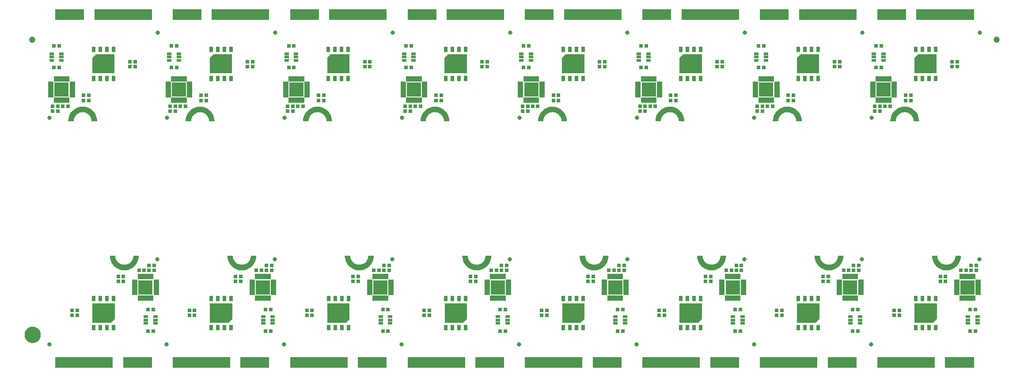
<source format=gbs>
G04 EAGLE Gerber RS-274X export*
G75*
%MOMM*%
%FSLAX34Y34*%
%LPD*%
%INSoldermask Bottom*%
%IPPOS*%
%AMOC8*
5,1,8,0,0,1.08239X$1,22.5*%
G01*
%ADD10R,0.803200X0.803200*%
%ADD11R,0.553200X2.153200*%
%ADD12C,0.657200*%
%ADD13R,0.863200X0.503200*%
%ADD14R,0.503200X1.053200*%
%ADD15R,1.053200X0.503200*%
%ADD16R,2.753200X2.753200*%
%ADD17R,0.703200X1.053200*%
%ADD18C,0.838200*%
%ADD19C,1.203200*%
%ADD20C,1.270000*%
%ADD21C,1.703200*%

G36*
X1700370Y91768D02*
X1700370Y91768D01*
X1700428Y91780D01*
X1700440Y91788D01*
X1700446Y91790D01*
X1700453Y91798D01*
X1700488Y91824D01*
X1706988Y98324D01*
X1707013Y98370D01*
X1707019Y98376D01*
X1707019Y98380D01*
X1707050Y98427D01*
X1707052Y98441D01*
X1707055Y98446D01*
X1707055Y98457D01*
X1707061Y98500D01*
X1707061Y128000D01*
X1707056Y128016D01*
X1707059Y128033D01*
X1707037Y128083D01*
X1707022Y128134D01*
X1707009Y128145D01*
X1707002Y128161D01*
X1706957Y128191D01*
X1706917Y128226D01*
X1706900Y128229D01*
X1706886Y128238D01*
X1706812Y128249D01*
X1664562Y128249D01*
X1664546Y128244D01*
X1664529Y128247D01*
X1664479Y128225D01*
X1664428Y128210D01*
X1664417Y128197D01*
X1664401Y128190D01*
X1664371Y128145D01*
X1664336Y128105D01*
X1664333Y128088D01*
X1664324Y128074D01*
X1664313Y128000D01*
X1664313Y92000D01*
X1664318Y91984D01*
X1664315Y91967D01*
X1664337Y91917D01*
X1664352Y91866D01*
X1664365Y91855D01*
X1664372Y91839D01*
X1664417Y91809D01*
X1664457Y91774D01*
X1664474Y91771D01*
X1664489Y91762D01*
X1664562Y91751D01*
X1700312Y91751D01*
X1700370Y91768D01*
G37*
G36*
X1475300Y91768D02*
X1475300Y91768D01*
X1475359Y91780D01*
X1475371Y91788D01*
X1475377Y91790D01*
X1475384Y91798D01*
X1475419Y91824D01*
X1481919Y98324D01*
X1481944Y98370D01*
X1481949Y98376D01*
X1481950Y98380D01*
X1481981Y98427D01*
X1481983Y98441D01*
X1481986Y98446D01*
X1481985Y98457D01*
X1481992Y98500D01*
X1481992Y128000D01*
X1481987Y128016D01*
X1481990Y128033D01*
X1481968Y128083D01*
X1481953Y128134D01*
X1481940Y128145D01*
X1481933Y128161D01*
X1481888Y128191D01*
X1481847Y128226D01*
X1481830Y128229D01*
X1481816Y128238D01*
X1481743Y128249D01*
X1439493Y128249D01*
X1439476Y128244D01*
X1439459Y128247D01*
X1439410Y128225D01*
X1439358Y128210D01*
X1439347Y128197D01*
X1439331Y128190D01*
X1439302Y128145D01*
X1439266Y128105D01*
X1439264Y128088D01*
X1439254Y128074D01*
X1439243Y128000D01*
X1439243Y92000D01*
X1439248Y91984D01*
X1439246Y91967D01*
X1439267Y91917D01*
X1439283Y91866D01*
X1439295Y91855D01*
X1439302Y91839D01*
X1439347Y91809D01*
X1439388Y91774D01*
X1439405Y91771D01*
X1439419Y91762D01*
X1439493Y91751D01*
X1475243Y91751D01*
X1475300Y91768D01*
G37*
G36*
X1250206Y91768D02*
X1250206Y91768D01*
X1250264Y91780D01*
X1250276Y91788D01*
X1250282Y91790D01*
X1250289Y91798D01*
X1250324Y91824D01*
X1256824Y98324D01*
X1256849Y98370D01*
X1256854Y98376D01*
X1256855Y98380D01*
X1256886Y98427D01*
X1256888Y98441D01*
X1256891Y98446D01*
X1256891Y98457D01*
X1256897Y98500D01*
X1256897Y128000D01*
X1256892Y128016D01*
X1256895Y128033D01*
X1256873Y128083D01*
X1256858Y128134D01*
X1256845Y128145D01*
X1256838Y128161D01*
X1256793Y128191D01*
X1256753Y128226D01*
X1256736Y128229D01*
X1256721Y128238D01*
X1256648Y128249D01*
X1214398Y128249D01*
X1214381Y128244D01*
X1214364Y128247D01*
X1214315Y128225D01*
X1214264Y128210D01*
X1214252Y128197D01*
X1214237Y128190D01*
X1214207Y128145D01*
X1214172Y128105D01*
X1214169Y128088D01*
X1214160Y128074D01*
X1214149Y128000D01*
X1214149Y92000D01*
X1214153Y91984D01*
X1214151Y91967D01*
X1214173Y91917D01*
X1214188Y91866D01*
X1214201Y91855D01*
X1214208Y91839D01*
X1214253Y91809D01*
X1214293Y91774D01*
X1214310Y91771D01*
X1214324Y91762D01*
X1214398Y91751D01*
X1250148Y91751D01*
X1250206Y91768D01*
G37*
G36*
X1025136Y91768D02*
X1025136Y91768D01*
X1025195Y91780D01*
X1025206Y91788D01*
X1025213Y91790D01*
X1025219Y91798D01*
X1025255Y91824D01*
X1031755Y98324D01*
X1031780Y98370D01*
X1031785Y98376D01*
X1031786Y98380D01*
X1031817Y98427D01*
X1031819Y98441D01*
X1031822Y98446D01*
X1031821Y98457D01*
X1031828Y98500D01*
X1031828Y128000D01*
X1031823Y128016D01*
X1031825Y128033D01*
X1031804Y128083D01*
X1031788Y128134D01*
X1031776Y128145D01*
X1031769Y128161D01*
X1031724Y128191D01*
X1031683Y128226D01*
X1031666Y128229D01*
X1031652Y128238D01*
X1031578Y128249D01*
X989328Y128249D01*
X989312Y128244D01*
X989295Y128247D01*
X989246Y128225D01*
X989194Y128210D01*
X989183Y128197D01*
X989167Y128190D01*
X989138Y128145D01*
X989102Y128105D01*
X989100Y128088D01*
X989090Y128074D01*
X989079Y128000D01*
X989079Y92000D01*
X989084Y91984D01*
X989081Y91967D01*
X989103Y91917D01*
X989118Y91866D01*
X989131Y91855D01*
X989138Y91839D01*
X989183Y91809D01*
X989224Y91774D01*
X989241Y91771D01*
X989255Y91762D01*
X989328Y91751D01*
X1025078Y91751D01*
X1025136Y91768D01*
G37*
G36*
X800041Y91768D02*
X800041Y91768D01*
X800100Y91780D01*
X800112Y91788D01*
X800118Y91790D01*
X800125Y91798D01*
X800160Y91824D01*
X806660Y98324D01*
X806685Y98370D01*
X806690Y98376D01*
X806691Y98380D01*
X806722Y98427D01*
X806724Y98441D01*
X806727Y98446D01*
X806726Y98457D01*
X806733Y98500D01*
X806733Y128000D01*
X806728Y128016D01*
X806731Y128033D01*
X806709Y128083D01*
X806694Y128134D01*
X806681Y128145D01*
X806674Y128161D01*
X806629Y128191D01*
X806588Y128226D01*
X806571Y128229D01*
X806557Y128238D01*
X806484Y128249D01*
X764234Y128249D01*
X764217Y128244D01*
X764200Y128247D01*
X764151Y128225D01*
X764099Y128210D01*
X764088Y128197D01*
X764072Y128190D01*
X764043Y128145D01*
X764007Y128105D01*
X764005Y128088D01*
X763995Y128074D01*
X763984Y128000D01*
X763984Y92000D01*
X763989Y91984D01*
X763987Y91967D01*
X764008Y91917D01*
X764024Y91866D01*
X764036Y91855D01*
X764043Y91839D01*
X764088Y91809D01*
X764129Y91774D01*
X764146Y91771D01*
X764160Y91762D01*
X764234Y91751D01*
X799984Y91751D01*
X800041Y91768D01*
G37*
G36*
X574972Y91768D02*
X574972Y91768D01*
X575031Y91780D01*
X575042Y91788D01*
X575048Y91790D01*
X575055Y91798D01*
X575090Y91824D01*
X581590Y98324D01*
X581616Y98370D01*
X581621Y98376D01*
X581621Y98380D01*
X581652Y98427D01*
X581654Y98441D01*
X581658Y98446D01*
X581657Y98457D01*
X581663Y98500D01*
X581663Y128000D01*
X581659Y128016D01*
X581661Y128033D01*
X581639Y128083D01*
X581624Y128134D01*
X581611Y128145D01*
X581604Y128161D01*
X581559Y128191D01*
X581519Y128226D01*
X581502Y128229D01*
X581488Y128238D01*
X581414Y128249D01*
X539164Y128249D01*
X539148Y128244D01*
X539131Y128247D01*
X539082Y128225D01*
X539030Y128210D01*
X539019Y128197D01*
X539003Y128190D01*
X538973Y128145D01*
X538938Y128105D01*
X538935Y128088D01*
X538926Y128074D01*
X538915Y128000D01*
X538915Y92000D01*
X538920Y91984D01*
X538917Y91967D01*
X538939Y91917D01*
X538954Y91866D01*
X538967Y91855D01*
X538974Y91839D01*
X539019Y91809D01*
X539059Y91774D01*
X539076Y91771D01*
X539091Y91762D01*
X539164Y91751D01*
X574914Y91751D01*
X574972Y91768D01*
G37*
G36*
X349877Y91768D02*
X349877Y91768D01*
X349936Y91780D01*
X349947Y91788D01*
X349954Y91790D01*
X349960Y91798D01*
X349996Y91824D01*
X356496Y98324D01*
X356521Y98370D01*
X356526Y98376D01*
X356527Y98380D01*
X356558Y98427D01*
X356560Y98441D01*
X356563Y98446D01*
X356562Y98457D01*
X356569Y98500D01*
X356569Y128000D01*
X356564Y128016D01*
X356566Y128033D01*
X356545Y128083D01*
X356529Y128134D01*
X356517Y128145D01*
X356510Y128161D01*
X356465Y128191D01*
X356424Y128226D01*
X356407Y128229D01*
X356393Y128238D01*
X356319Y128249D01*
X314069Y128249D01*
X314053Y128244D01*
X314036Y128247D01*
X313987Y128225D01*
X313935Y128210D01*
X313924Y128197D01*
X313908Y128190D01*
X313879Y128145D01*
X313843Y128105D01*
X313841Y128088D01*
X313831Y128074D01*
X313820Y128000D01*
X313820Y92000D01*
X313825Y91984D01*
X313822Y91967D01*
X313844Y91917D01*
X313859Y91866D01*
X313872Y91855D01*
X313879Y91839D01*
X313924Y91809D01*
X313965Y91774D01*
X313982Y91771D01*
X313996Y91762D01*
X314069Y91751D01*
X349819Y91751D01*
X349877Y91768D01*
G37*
G36*
X124808Y91768D02*
X124808Y91768D01*
X124866Y91780D01*
X124878Y91788D01*
X124884Y91790D01*
X124891Y91798D01*
X124926Y91824D01*
X131426Y98324D01*
X131451Y98370D01*
X131457Y98376D01*
X131457Y98380D01*
X131488Y98427D01*
X131490Y98441D01*
X131493Y98446D01*
X131493Y98457D01*
X131499Y98500D01*
X131499Y128000D01*
X131494Y128016D01*
X131497Y128033D01*
X131475Y128083D01*
X131460Y128134D01*
X131447Y128145D01*
X131440Y128161D01*
X131395Y128191D01*
X131355Y128226D01*
X131338Y128229D01*
X131324Y128238D01*
X131250Y128249D01*
X89000Y128249D01*
X88984Y128244D01*
X88967Y128247D01*
X88917Y128225D01*
X88866Y128210D01*
X88855Y128197D01*
X88839Y128190D01*
X88809Y128145D01*
X88774Y128105D01*
X88771Y128088D01*
X88762Y128074D01*
X88751Y128000D01*
X88751Y92000D01*
X88756Y91984D01*
X88753Y91967D01*
X88775Y91917D01*
X88790Y91866D01*
X88803Y91855D01*
X88810Y91839D01*
X88855Y91809D01*
X88895Y91774D01*
X88912Y91771D01*
X88927Y91762D01*
X89000Y91751D01*
X124750Y91751D01*
X124808Y91768D01*
G37*
G36*
X806265Y570256D02*
X806265Y570256D01*
X806282Y570253D01*
X806331Y570275D01*
X806383Y570290D01*
X806394Y570303D01*
X806410Y570310D01*
X806439Y570355D01*
X806475Y570395D01*
X806477Y570412D01*
X806487Y570427D01*
X806498Y570500D01*
X806498Y606500D01*
X806493Y606516D01*
X806495Y606533D01*
X806474Y606583D01*
X806458Y606634D01*
X806446Y606645D01*
X806439Y606661D01*
X806394Y606691D01*
X806353Y606726D01*
X806336Y606729D01*
X806322Y606738D01*
X806248Y606749D01*
X770498Y606749D01*
X770441Y606732D01*
X770382Y606720D01*
X770370Y606712D01*
X770364Y606710D01*
X770357Y606702D01*
X770322Y606676D01*
X763822Y600176D01*
X763793Y600124D01*
X763760Y600074D01*
X763758Y600059D01*
X763755Y600054D01*
X763756Y600043D01*
X763749Y600000D01*
X763749Y570500D01*
X763754Y570484D01*
X763751Y570467D01*
X763773Y570417D01*
X763788Y570366D01*
X763801Y570355D01*
X763808Y570339D01*
X763853Y570309D01*
X763894Y570274D01*
X763911Y570271D01*
X763925Y570262D01*
X763998Y570251D01*
X806248Y570251D01*
X806265Y570256D01*
G37*
G36*
X581170Y570256D02*
X581170Y570256D01*
X581187Y570253D01*
X581236Y570275D01*
X581288Y570290D01*
X581299Y570303D01*
X581315Y570310D01*
X581344Y570355D01*
X581380Y570395D01*
X581382Y570412D01*
X581392Y570427D01*
X581403Y570500D01*
X581403Y606500D01*
X581398Y606516D01*
X581401Y606533D01*
X581379Y606583D01*
X581364Y606634D01*
X581351Y606645D01*
X581344Y606661D01*
X581299Y606691D01*
X581258Y606726D01*
X581241Y606729D01*
X581227Y606738D01*
X581154Y606749D01*
X545404Y606749D01*
X545346Y606732D01*
X545287Y606720D01*
X545276Y606712D01*
X545269Y606710D01*
X545263Y606702D01*
X545227Y606676D01*
X538727Y600176D01*
X538698Y600124D01*
X538665Y600074D01*
X538663Y600059D01*
X538660Y600054D01*
X538661Y600043D01*
X538654Y600000D01*
X538654Y570500D01*
X538659Y570484D01*
X538657Y570467D01*
X538678Y570417D01*
X538694Y570366D01*
X538706Y570355D01*
X538713Y570339D01*
X538758Y570309D01*
X538799Y570274D01*
X538816Y570271D01*
X538830Y570262D01*
X538904Y570251D01*
X581154Y570251D01*
X581170Y570256D01*
G37*
G36*
X356101Y570256D02*
X356101Y570256D01*
X356118Y570253D01*
X356167Y570275D01*
X356218Y570290D01*
X356230Y570303D01*
X356245Y570310D01*
X356275Y570355D01*
X356310Y570395D01*
X356313Y570412D01*
X356322Y570427D01*
X356333Y570500D01*
X356333Y606500D01*
X356329Y606516D01*
X356331Y606533D01*
X356309Y606583D01*
X356294Y606634D01*
X356281Y606645D01*
X356274Y606661D01*
X356229Y606691D01*
X356189Y606726D01*
X356172Y606729D01*
X356158Y606738D01*
X356084Y606749D01*
X320334Y606749D01*
X320276Y606732D01*
X320218Y606720D01*
X320206Y606712D01*
X320200Y606710D01*
X320193Y606702D01*
X320158Y606676D01*
X313658Y600176D01*
X313629Y600124D01*
X313596Y600074D01*
X313594Y600059D01*
X313591Y600054D01*
X313591Y600043D01*
X313585Y600000D01*
X313585Y570500D01*
X313590Y570484D01*
X313587Y570467D01*
X313609Y570417D01*
X313624Y570366D01*
X313637Y570355D01*
X313644Y570339D01*
X313689Y570309D01*
X313729Y570274D01*
X313746Y570271D01*
X313761Y570262D01*
X313834Y570251D01*
X356084Y570251D01*
X356101Y570256D01*
G37*
G36*
X131006Y570256D02*
X131006Y570256D01*
X131023Y570253D01*
X131072Y570275D01*
X131124Y570290D01*
X131135Y570303D01*
X131151Y570310D01*
X131180Y570355D01*
X131216Y570395D01*
X131218Y570412D01*
X131228Y570427D01*
X131239Y570500D01*
X131239Y606500D01*
X131234Y606516D01*
X131236Y606533D01*
X131215Y606583D01*
X131199Y606634D01*
X131187Y606645D01*
X131180Y606661D01*
X131135Y606691D01*
X131094Y606726D01*
X131077Y606729D01*
X131063Y606738D01*
X130989Y606749D01*
X95239Y606749D01*
X95182Y606732D01*
X95123Y606720D01*
X95111Y606712D01*
X95105Y606710D01*
X95098Y606702D01*
X95063Y606676D01*
X88563Y600176D01*
X88534Y600124D01*
X88501Y600074D01*
X88499Y600059D01*
X88496Y600054D01*
X88497Y600043D01*
X88490Y600000D01*
X88490Y570500D01*
X88495Y570484D01*
X88492Y570467D01*
X88514Y570417D01*
X88529Y570366D01*
X88542Y570355D01*
X88549Y570339D01*
X88594Y570309D01*
X88635Y570274D01*
X88652Y570271D01*
X88666Y570262D01*
X88739Y570251D01*
X130989Y570251D01*
X131006Y570256D01*
G37*
G36*
X1706568Y570256D02*
X1706568Y570256D01*
X1706585Y570253D01*
X1706634Y570275D01*
X1706686Y570290D01*
X1706697Y570303D01*
X1706713Y570310D01*
X1706742Y570355D01*
X1706778Y570395D01*
X1706780Y570412D01*
X1706790Y570427D01*
X1706801Y570500D01*
X1706801Y606500D01*
X1706796Y606516D01*
X1706798Y606533D01*
X1706777Y606583D01*
X1706761Y606634D01*
X1706749Y606645D01*
X1706742Y606661D01*
X1706697Y606691D01*
X1706656Y606726D01*
X1706639Y606729D01*
X1706625Y606738D01*
X1706551Y606749D01*
X1670801Y606749D01*
X1670744Y606732D01*
X1670685Y606720D01*
X1670673Y606712D01*
X1670667Y606710D01*
X1670660Y606702D01*
X1670625Y606676D01*
X1664125Y600176D01*
X1664096Y600124D01*
X1664063Y600074D01*
X1664061Y600059D01*
X1664058Y600054D01*
X1664059Y600043D01*
X1664052Y600000D01*
X1664052Y570500D01*
X1664057Y570484D01*
X1664054Y570467D01*
X1664076Y570417D01*
X1664091Y570366D01*
X1664104Y570355D01*
X1664111Y570339D01*
X1664156Y570309D01*
X1664197Y570274D01*
X1664214Y570271D01*
X1664228Y570262D01*
X1664301Y570251D01*
X1706551Y570251D01*
X1706568Y570256D01*
G37*
G36*
X1031334Y570256D02*
X1031334Y570256D01*
X1031351Y570253D01*
X1031400Y570275D01*
X1031452Y570290D01*
X1031463Y570303D01*
X1031479Y570310D01*
X1031509Y570355D01*
X1031544Y570395D01*
X1031547Y570412D01*
X1031556Y570427D01*
X1031567Y570500D01*
X1031567Y606500D01*
X1031562Y606516D01*
X1031565Y606533D01*
X1031543Y606583D01*
X1031528Y606634D01*
X1031515Y606645D01*
X1031508Y606661D01*
X1031463Y606691D01*
X1031423Y606726D01*
X1031406Y606729D01*
X1031391Y606738D01*
X1031318Y606749D01*
X995568Y606749D01*
X995510Y606732D01*
X995451Y606720D01*
X995440Y606712D01*
X995434Y606710D01*
X995427Y606702D01*
X995392Y606676D01*
X988892Y600176D01*
X988863Y600124D01*
X988830Y600074D01*
X988828Y600059D01*
X988824Y600054D01*
X988825Y600043D01*
X988819Y600000D01*
X988819Y570500D01*
X988823Y570484D01*
X988821Y570467D01*
X988843Y570417D01*
X988858Y570366D01*
X988871Y570355D01*
X988878Y570339D01*
X988923Y570309D01*
X988963Y570274D01*
X988980Y570271D01*
X988994Y570262D01*
X989068Y570251D01*
X1031318Y570251D01*
X1031334Y570256D01*
G37*
G36*
X1481498Y570256D02*
X1481498Y570256D01*
X1481515Y570253D01*
X1481565Y570275D01*
X1481616Y570290D01*
X1481627Y570303D01*
X1481643Y570310D01*
X1481673Y570355D01*
X1481708Y570395D01*
X1481711Y570412D01*
X1481720Y570427D01*
X1481731Y570500D01*
X1481731Y606500D01*
X1481726Y606516D01*
X1481729Y606533D01*
X1481707Y606583D01*
X1481692Y606634D01*
X1481679Y606645D01*
X1481672Y606661D01*
X1481627Y606691D01*
X1481587Y606726D01*
X1481570Y606729D01*
X1481556Y606738D01*
X1481482Y606749D01*
X1445732Y606749D01*
X1445674Y606732D01*
X1445616Y606720D01*
X1445604Y606712D01*
X1445598Y606710D01*
X1445591Y606702D01*
X1445556Y606676D01*
X1439056Y600176D01*
X1439027Y600124D01*
X1438994Y600074D01*
X1438992Y600059D01*
X1438989Y600054D01*
X1438989Y600043D01*
X1438983Y600000D01*
X1438983Y570500D01*
X1438988Y570484D01*
X1438985Y570467D01*
X1439007Y570417D01*
X1439022Y570366D01*
X1439035Y570355D01*
X1439042Y570339D01*
X1439087Y570309D01*
X1439127Y570274D01*
X1439144Y570271D01*
X1439159Y570262D01*
X1439232Y570251D01*
X1481482Y570251D01*
X1481498Y570256D01*
G37*
G36*
X1256429Y570256D02*
X1256429Y570256D01*
X1256446Y570253D01*
X1256495Y570275D01*
X1256547Y570290D01*
X1256558Y570303D01*
X1256574Y570310D01*
X1256603Y570355D01*
X1256639Y570395D01*
X1256641Y570412D01*
X1256651Y570427D01*
X1256662Y570500D01*
X1256662Y606500D01*
X1256657Y606516D01*
X1256660Y606533D01*
X1256638Y606583D01*
X1256623Y606634D01*
X1256610Y606645D01*
X1256603Y606661D01*
X1256558Y606691D01*
X1256517Y606726D01*
X1256500Y606729D01*
X1256486Y606738D01*
X1256413Y606749D01*
X1220663Y606749D01*
X1220605Y606732D01*
X1220546Y606720D01*
X1220535Y606712D01*
X1220528Y606710D01*
X1220522Y606702D01*
X1220486Y606676D01*
X1213986Y600176D01*
X1213957Y600124D01*
X1213924Y600074D01*
X1213922Y600059D01*
X1213919Y600054D01*
X1213920Y600043D01*
X1213913Y600000D01*
X1213913Y570500D01*
X1213918Y570484D01*
X1213916Y570467D01*
X1213937Y570417D01*
X1213953Y570366D01*
X1213965Y570355D01*
X1213972Y570339D01*
X1214017Y570309D01*
X1214058Y570274D01*
X1214075Y570271D01*
X1214089Y570262D01*
X1214163Y570251D01*
X1256413Y570251D01*
X1256429Y570256D01*
G37*
G36*
X829165Y192531D02*
X829165Y192531D01*
X829174Y192535D01*
X829200Y192536D01*
X833034Y193370D01*
X833043Y193375D01*
X833068Y193380D01*
X836745Y194752D01*
X836752Y194757D01*
X836777Y194766D01*
X840221Y196647D01*
X840227Y196654D01*
X840251Y196666D01*
X843392Y199017D01*
X843397Y199025D01*
X843419Y199041D01*
X846193Y201815D01*
X846198Y201824D01*
X846216Y201842D01*
X848568Y204983D01*
X848571Y204992D01*
X848587Y205013D01*
X850467Y208457D01*
X850469Y208466D01*
X850482Y208489D01*
X851853Y212165D01*
X851854Y212175D01*
X851863Y212199D01*
X852697Y216033D01*
X852697Y216043D01*
X852702Y216069D01*
X852982Y219982D01*
X852977Y220008D01*
X852981Y220033D01*
X852962Y220075D01*
X852953Y220119D01*
X852934Y220137D01*
X852924Y220161D01*
X852886Y220186D01*
X852854Y220218D01*
X852829Y220224D01*
X852807Y220238D01*
X852734Y220249D01*
X842734Y220249D01*
X842727Y220247D01*
X842720Y220249D01*
X842660Y220228D01*
X842599Y220210D01*
X842595Y220205D01*
X842588Y220202D01*
X842549Y220152D01*
X842507Y220105D01*
X842506Y220098D01*
X842502Y220092D01*
X842485Y220020D01*
X842271Y217302D01*
X841639Y214669D01*
X840603Y212169D01*
X839189Y209861D01*
X837431Y207802D01*
X835373Y206044D01*
X833065Y204630D01*
X830564Y203594D01*
X827932Y202962D01*
X825234Y202750D01*
X822535Y202962D01*
X819903Y203594D01*
X817402Y204630D01*
X815094Y206044D01*
X813036Y207802D01*
X812982Y207865D01*
X812557Y208364D01*
X812556Y208364D01*
X812344Y208613D01*
X812131Y208862D01*
X811918Y209112D01*
X811492Y209610D01*
X811279Y209859D01*
X811278Y209861D01*
X809864Y212169D01*
X808828Y214669D01*
X808196Y217302D01*
X807982Y220020D01*
X807980Y220026D01*
X807981Y220033D01*
X807955Y220091D01*
X807932Y220150D01*
X807927Y220155D01*
X807924Y220161D01*
X807871Y220196D01*
X807820Y220234D01*
X807813Y220234D01*
X807807Y220238D01*
X807734Y220249D01*
X797734Y220249D01*
X797709Y220242D01*
X797683Y220244D01*
X797643Y220223D01*
X797599Y220210D01*
X797582Y220190D01*
X797559Y220178D01*
X797537Y220139D01*
X797507Y220105D01*
X797504Y220079D01*
X797491Y220056D01*
X797485Y219982D01*
X797765Y216069D01*
X797768Y216059D01*
X797770Y216033D01*
X798604Y212199D01*
X798609Y212191D01*
X798614Y212165D01*
X799985Y208489D01*
X799991Y208481D01*
X800000Y208457D01*
X801880Y205013D01*
X801887Y205006D01*
X801900Y204983D01*
X804251Y201842D01*
X804259Y201836D01*
X804274Y201815D01*
X807049Y199041D01*
X807057Y199036D01*
X807076Y199017D01*
X810217Y196666D01*
X810226Y196663D01*
X810247Y196647D01*
X813690Y194766D01*
X813700Y194764D01*
X813723Y194752D01*
X817399Y193380D01*
X817409Y193380D01*
X817433Y193370D01*
X821267Y192536D01*
X821277Y192537D01*
X821302Y192531D01*
X825216Y192251D01*
X825225Y192253D01*
X825251Y192251D01*
X829165Y192531D01*
G37*
G36*
X153931Y192531D02*
X153931Y192531D01*
X153941Y192535D01*
X153967Y192536D01*
X157801Y193370D01*
X157809Y193375D01*
X157835Y193380D01*
X161511Y194752D01*
X161519Y194757D01*
X161543Y194766D01*
X164987Y196647D01*
X164994Y196654D01*
X165017Y196666D01*
X168158Y199017D01*
X168164Y199025D01*
X168185Y199041D01*
X170959Y201815D01*
X170964Y201824D01*
X170983Y201842D01*
X173334Y204983D01*
X173337Y204992D01*
X173353Y205013D01*
X175234Y208457D01*
X175236Y208466D01*
X175248Y208489D01*
X176620Y212165D01*
X176620Y212175D01*
X176630Y212199D01*
X177464Y216033D01*
X177463Y216043D01*
X177469Y216069D01*
X177749Y219982D01*
X177743Y220008D01*
X177747Y220033D01*
X177729Y220075D01*
X177719Y220119D01*
X177701Y220137D01*
X177690Y220161D01*
X177652Y220186D01*
X177621Y220218D01*
X177595Y220224D01*
X177574Y220238D01*
X177500Y220249D01*
X167500Y220249D01*
X167493Y220247D01*
X167486Y220249D01*
X167427Y220228D01*
X167366Y220210D01*
X167361Y220205D01*
X167354Y220202D01*
X167316Y220152D01*
X167274Y220105D01*
X167273Y220098D01*
X167268Y220092D01*
X167252Y220020D01*
X167038Y217302D01*
X166406Y214669D01*
X165370Y212169D01*
X163956Y209861D01*
X162198Y207802D01*
X160139Y206044D01*
X157831Y204630D01*
X155331Y203594D01*
X152698Y202962D01*
X150000Y202750D01*
X147302Y202962D01*
X144669Y203594D01*
X142169Y204630D01*
X139861Y206044D01*
X137802Y207802D01*
X137749Y207865D01*
X137323Y208364D01*
X137110Y208613D01*
X136897Y208862D01*
X136684Y209112D01*
X136259Y209610D01*
X136258Y209610D01*
X136046Y209859D01*
X136044Y209861D01*
X134630Y212169D01*
X133594Y214669D01*
X132962Y217302D01*
X132748Y220020D01*
X132746Y220026D01*
X132747Y220033D01*
X132721Y220091D01*
X132699Y220150D01*
X132693Y220155D01*
X132690Y220161D01*
X132637Y220196D01*
X132587Y220234D01*
X132580Y220234D01*
X132574Y220238D01*
X132500Y220249D01*
X122500Y220249D01*
X122475Y220242D01*
X122449Y220244D01*
X122409Y220223D01*
X122366Y220210D01*
X122349Y220190D01*
X122326Y220178D01*
X122304Y220139D01*
X122274Y220105D01*
X122270Y220079D01*
X122257Y220056D01*
X122251Y219982D01*
X122531Y216069D01*
X122535Y216059D01*
X122536Y216033D01*
X123370Y212199D01*
X123375Y212191D01*
X123380Y212165D01*
X124752Y208489D01*
X124757Y208481D01*
X124766Y208457D01*
X126647Y205013D01*
X126654Y205006D01*
X126666Y204983D01*
X129017Y201842D01*
X129025Y201836D01*
X129041Y201815D01*
X131815Y199041D01*
X131824Y199036D01*
X131842Y199017D01*
X134983Y196666D01*
X134992Y196663D01*
X135013Y196647D01*
X138457Y194766D01*
X138466Y194764D01*
X138489Y194752D01*
X142165Y193380D01*
X142175Y193380D01*
X142199Y193370D01*
X146033Y192536D01*
X146043Y192537D01*
X146069Y192531D01*
X149982Y192251D01*
X149992Y192253D01*
X150018Y192251D01*
X153931Y192531D01*
G37*
G36*
X1729493Y192531D02*
X1729493Y192531D01*
X1729503Y192535D01*
X1729529Y192536D01*
X1733363Y193370D01*
X1733371Y193375D01*
X1733397Y193380D01*
X1737073Y194752D01*
X1737081Y194757D01*
X1737105Y194766D01*
X1740549Y196647D01*
X1740556Y196654D01*
X1740579Y196666D01*
X1743720Y199017D01*
X1743726Y199025D01*
X1743747Y199041D01*
X1746521Y201815D01*
X1746526Y201824D01*
X1746545Y201842D01*
X1748896Y204983D01*
X1748899Y204992D01*
X1748915Y205013D01*
X1750796Y208457D01*
X1750798Y208466D01*
X1750810Y208489D01*
X1752182Y212165D01*
X1752182Y212175D01*
X1752192Y212199D01*
X1753026Y216033D01*
X1753025Y216043D01*
X1753031Y216069D01*
X1753311Y219982D01*
X1753305Y220008D01*
X1753309Y220033D01*
X1753291Y220075D01*
X1753281Y220119D01*
X1753263Y220137D01*
X1753252Y220161D01*
X1753214Y220186D01*
X1753183Y220218D01*
X1753157Y220224D01*
X1753136Y220238D01*
X1753062Y220249D01*
X1743062Y220249D01*
X1743055Y220247D01*
X1743048Y220249D01*
X1742989Y220228D01*
X1742928Y220210D01*
X1742923Y220205D01*
X1742916Y220202D01*
X1742878Y220152D01*
X1742836Y220105D01*
X1742835Y220098D01*
X1742830Y220092D01*
X1742814Y220020D01*
X1742600Y217302D01*
X1741968Y214669D01*
X1740932Y212169D01*
X1739518Y209861D01*
X1737760Y207802D01*
X1735701Y206044D01*
X1733393Y204630D01*
X1730893Y203594D01*
X1728260Y202962D01*
X1725562Y202750D01*
X1722864Y202962D01*
X1720231Y203594D01*
X1717731Y204630D01*
X1715423Y206044D01*
X1713364Y207802D01*
X1713311Y207865D01*
X1712885Y208364D01*
X1712672Y208613D01*
X1712459Y208862D01*
X1712246Y209112D01*
X1711821Y209610D01*
X1711820Y209610D01*
X1711608Y209859D01*
X1711606Y209861D01*
X1710192Y212169D01*
X1709156Y214669D01*
X1708524Y217302D01*
X1708310Y220020D01*
X1708308Y220026D01*
X1708309Y220033D01*
X1708283Y220091D01*
X1708261Y220150D01*
X1708255Y220155D01*
X1708252Y220161D01*
X1708199Y220196D01*
X1708149Y220234D01*
X1708142Y220234D01*
X1708136Y220238D01*
X1708062Y220249D01*
X1698062Y220249D01*
X1698037Y220242D01*
X1698011Y220244D01*
X1697971Y220223D01*
X1697928Y220210D01*
X1697911Y220190D01*
X1697888Y220178D01*
X1697866Y220139D01*
X1697836Y220105D01*
X1697832Y220079D01*
X1697819Y220056D01*
X1697813Y219982D01*
X1698093Y216069D01*
X1698097Y216059D01*
X1698098Y216033D01*
X1698932Y212199D01*
X1698937Y212191D01*
X1698942Y212165D01*
X1700314Y208489D01*
X1700319Y208481D01*
X1700328Y208457D01*
X1702209Y205013D01*
X1702216Y205006D01*
X1702228Y204983D01*
X1704579Y201842D01*
X1704587Y201836D01*
X1704603Y201815D01*
X1707377Y199041D01*
X1707386Y199036D01*
X1707404Y199017D01*
X1710545Y196666D01*
X1710554Y196663D01*
X1710575Y196647D01*
X1714019Y194766D01*
X1714028Y194764D01*
X1714051Y194752D01*
X1717727Y193380D01*
X1717737Y193380D01*
X1717761Y193370D01*
X1721595Y192536D01*
X1721605Y192537D01*
X1721631Y192531D01*
X1725544Y192251D01*
X1725554Y192253D01*
X1725580Y192251D01*
X1729493Y192531D01*
G37*
G36*
X1504424Y192531D02*
X1504424Y192531D01*
X1504433Y192535D01*
X1504459Y192536D01*
X1508293Y193370D01*
X1508302Y193375D01*
X1508327Y193380D01*
X1512004Y194752D01*
X1512011Y194757D01*
X1512036Y194766D01*
X1515480Y196647D01*
X1515486Y196654D01*
X1515510Y196666D01*
X1518651Y199017D01*
X1518656Y199025D01*
X1518678Y199041D01*
X1521452Y201815D01*
X1521457Y201824D01*
X1521475Y201842D01*
X1523827Y204983D01*
X1523830Y204992D01*
X1523846Y205013D01*
X1525726Y208457D01*
X1525728Y208466D01*
X1525741Y208489D01*
X1527112Y212165D01*
X1527113Y212175D01*
X1527122Y212199D01*
X1527956Y216033D01*
X1527956Y216043D01*
X1527961Y216069D01*
X1528241Y219982D01*
X1528236Y220008D01*
X1528240Y220033D01*
X1528221Y220075D01*
X1528212Y220119D01*
X1528193Y220137D01*
X1528183Y220161D01*
X1528145Y220186D01*
X1528113Y220218D01*
X1528088Y220224D01*
X1528066Y220238D01*
X1527993Y220249D01*
X1517993Y220249D01*
X1517986Y220247D01*
X1517979Y220249D01*
X1517919Y220228D01*
X1517858Y220210D01*
X1517854Y220205D01*
X1517847Y220202D01*
X1517808Y220152D01*
X1517766Y220105D01*
X1517765Y220098D01*
X1517761Y220092D01*
X1517744Y220020D01*
X1517530Y217302D01*
X1516898Y214669D01*
X1515862Y212169D01*
X1514448Y209861D01*
X1512690Y207802D01*
X1510632Y206044D01*
X1508324Y204630D01*
X1505823Y203594D01*
X1503191Y202962D01*
X1500493Y202750D01*
X1497794Y202962D01*
X1495162Y203594D01*
X1492661Y204630D01*
X1490353Y206044D01*
X1488295Y207802D01*
X1488241Y207865D01*
X1487816Y208364D01*
X1487815Y208364D01*
X1487603Y208613D01*
X1487390Y208862D01*
X1487177Y209112D01*
X1486751Y209610D01*
X1486538Y209859D01*
X1486537Y209861D01*
X1485123Y212169D01*
X1484087Y214669D01*
X1483455Y217302D01*
X1483241Y220020D01*
X1483239Y220026D01*
X1483240Y220033D01*
X1483214Y220091D01*
X1483191Y220150D01*
X1483186Y220155D01*
X1483183Y220161D01*
X1483130Y220196D01*
X1483079Y220234D01*
X1483072Y220234D01*
X1483066Y220238D01*
X1482993Y220249D01*
X1472993Y220249D01*
X1472968Y220242D01*
X1472942Y220244D01*
X1472902Y220223D01*
X1472858Y220210D01*
X1472841Y220190D01*
X1472818Y220178D01*
X1472796Y220139D01*
X1472766Y220105D01*
X1472763Y220079D01*
X1472750Y220056D01*
X1472744Y219982D01*
X1473024Y216069D01*
X1473027Y216059D01*
X1473029Y216033D01*
X1473863Y212199D01*
X1473868Y212191D01*
X1473873Y212165D01*
X1475244Y208489D01*
X1475250Y208481D01*
X1475259Y208457D01*
X1477139Y205013D01*
X1477146Y205006D01*
X1477159Y204983D01*
X1479510Y201842D01*
X1479518Y201836D01*
X1479533Y201815D01*
X1482308Y199041D01*
X1482316Y199036D01*
X1482335Y199017D01*
X1485476Y196666D01*
X1485485Y196663D01*
X1485506Y196647D01*
X1488949Y194766D01*
X1488959Y194764D01*
X1488982Y194752D01*
X1492658Y193380D01*
X1492668Y193380D01*
X1492692Y193370D01*
X1496526Y192536D01*
X1496536Y192537D01*
X1496561Y192531D01*
X1500475Y192251D01*
X1500484Y192253D01*
X1500510Y192251D01*
X1504424Y192531D01*
G37*
G36*
X379001Y192531D02*
X379001Y192531D01*
X379010Y192535D01*
X379036Y192536D01*
X382870Y193370D01*
X382879Y193375D01*
X382904Y193380D01*
X386580Y194752D01*
X386588Y194757D01*
X386613Y194766D01*
X390056Y196647D01*
X390063Y196654D01*
X390086Y196666D01*
X393227Y199017D01*
X393233Y199025D01*
X393254Y199041D01*
X396029Y201815D01*
X396033Y201824D01*
X396052Y201842D01*
X398403Y204983D01*
X398407Y204992D01*
X398423Y205013D01*
X400303Y208457D01*
X400305Y208466D01*
X400318Y208489D01*
X401689Y212165D01*
X401690Y212175D01*
X401699Y212199D01*
X402533Y216033D01*
X402532Y216043D01*
X402538Y216069D01*
X402818Y219982D01*
X402813Y220008D01*
X402816Y220033D01*
X402798Y220075D01*
X402789Y220119D01*
X402770Y220137D01*
X402760Y220161D01*
X402722Y220186D01*
X402690Y220218D01*
X402665Y220224D01*
X402643Y220238D01*
X402569Y220249D01*
X392569Y220249D01*
X392562Y220247D01*
X392555Y220249D01*
X392496Y220228D01*
X392435Y220210D01*
X392430Y220205D01*
X392424Y220202D01*
X392385Y220152D01*
X392343Y220105D01*
X392342Y220098D01*
X392338Y220092D01*
X392321Y220020D01*
X392107Y217302D01*
X391475Y214669D01*
X390439Y212169D01*
X389025Y209861D01*
X387267Y207802D01*
X385209Y206044D01*
X382901Y204630D01*
X380400Y203594D01*
X377768Y202962D01*
X375069Y202750D01*
X372371Y202962D01*
X369739Y203594D01*
X367238Y204630D01*
X364930Y206044D01*
X362872Y207802D01*
X362818Y207865D01*
X362392Y208364D01*
X362179Y208613D01*
X361967Y208862D01*
X361966Y208862D01*
X361754Y209112D01*
X361328Y209610D01*
X361115Y209859D01*
X361114Y209861D01*
X359700Y212169D01*
X358664Y214669D01*
X358032Y217302D01*
X357818Y220020D01*
X357815Y220026D01*
X357816Y220033D01*
X357791Y220091D01*
X357768Y220150D01*
X357763Y220155D01*
X357760Y220161D01*
X357707Y220196D01*
X357656Y220234D01*
X357649Y220234D01*
X357643Y220238D01*
X357569Y220249D01*
X347569Y220249D01*
X347544Y220242D01*
X347518Y220244D01*
X347479Y220223D01*
X347435Y220210D01*
X347418Y220190D01*
X347395Y220178D01*
X347373Y220139D01*
X347343Y220105D01*
X347339Y220079D01*
X347327Y220056D01*
X347321Y219982D01*
X347601Y216069D01*
X347604Y216059D01*
X347606Y216033D01*
X348440Y212199D01*
X348444Y212191D01*
X348450Y212165D01*
X349821Y208489D01*
X349827Y208481D01*
X349836Y208457D01*
X351716Y205013D01*
X351723Y205006D01*
X351735Y204983D01*
X354087Y201842D01*
X354095Y201836D01*
X354110Y201815D01*
X356885Y199041D01*
X356893Y199036D01*
X356911Y199017D01*
X360052Y196666D01*
X360062Y196663D01*
X360082Y196647D01*
X363526Y194766D01*
X363535Y194764D01*
X363558Y194752D01*
X367235Y193380D01*
X367244Y193380D01*
X367269Y193370D01*
X371103Y192536D01*
X371112Y192537D01*
X371138Y192531D01*
X375052Y192251D01*
X375061Y192253D01*
X375087Y192251D01*
X379001Y192531D01*
G37*
G36*
X1054260Y192531D02*
X1054260Y192531D01*
X1054269Y192535D01*
X1054295Y192536D01*
X1058129Y193370D01*
X1058138Y193375D01*
X1058163Y193380D01*
X1061839Y194752D01*
X1061847Y194757D01*
X1061872Y194766D01*
X1065315Y196647D01*
X1065322Y196654D01*
X1065345Y196666D01*
X1068486Y199017D01*
X1068492Y199025D01*
X1068513Y199041D01*
X1071288Y201815D01*
X1071292Y201824D01*
X1071311Y201842D01*
X1073662Y204983D01*
X1073666Y204992D01*
X1073682Y205013D01*
X1075562Y208457D01*
X1075564Y208466D01*
X1075577Y208489D01*
X1076948Y212165D01*
X1076949Y212175D01*
X1076958Y212199D01*
X1077792Y216033D01*
X1077791Y216043D01*
X1077797Y216069D01*
X1078077Y219982D01*
X1078072Y220008D01*
X1078075Y220033D01*
X1078057Y220075D01*
X1078048Y220119D01*
X1078029Y220137D01*
X1078019Y220161D01*
X1077981Y220186D01*
X1077949Y220218D01*
X1077924Y220224D01*
X1077902Y220238D01*
X1077828Y220249D01*
X1067828Y220249D01*
X1067821Y220247D01*
X1067814Y220249D01*
X1067755Y220228D01*
X1067694Y220210D01*
X1067689Y220205D01*
X1067683Y220202D01*
X1067644Y220152D01*
X1067602Y220105D01*
X1067601Y220098D01*
X1067597Y220092D01*
X1067580Y220020D01*
X1067366Y217302D01*
X1066734Y214669D01*
X1065698Y212169D01*
X1064284Y209861D01*
X1062526Y207802D01*
X1060468Y206044D01*
X1058160Y204630D01*
X1055659Y203594D01*
X1053027Y202962D01*
X1050328Y202750D01*
X1047630Y202962D01*
X1044998Y203594D01*
X1042497Y204630D01*
X1040189Y206044D01*
X1038131Y207802D01*
X1038077Y207865D01*
X1037651Y208364D01*
X1037438Y208613D01*
X1037226Y208862D01*
X1037225Y208862D01*
X1037013Y209112D01*
X1036587Y209610D01*
X1036374Y209859D01*
X1036373Y209861D01*
X1034959Y212169D01*
X1033923Y214669D01*
X1033291Y217302D01*
X1033077Y220020D01*
X1033074Y220026D01*
X1033075Y220033D01*
X1033050Y220091D01*
X1033027Y220150D01*
X1033022Y220155D01*
X1033019Y220161D01*
X1032966Y220196D01*
X1032915Y220234D01*
X1032908Y220234D01*
X1032902Y220238D01*
X1032828Y220249D01*
X1022828Y220249D01*
X1022803Y220242D01*
X1022777Y220244D01*
X1022738Y220223D01*
X1022694Y220210D01*
X1022677Y220190D01*
X1022654Y220178D01*
X1022632Y220139D01*
X1022602Y220105D01*
X1022598Y220079D01*
X1022586Y220056D01*
X1022580Y219982D01*
X1022860Y216069D01*
X1022863Y216059D01*
X1022865Y216033D01*
X1023699Y212199D01*
X1023703Y212191D01*
X1023709Y212165D01*
X1025080Y208489D01*
X1025086Y208481D01*
X1025095Y208457D01*
X1026975Y205013D01*
X1026982Y205006D01*
X1026994Y204983D01*
X1029346Y201842D01*
X1029354Y201836D01*
X1029369Y201815D01*
X1032144Y199041D01*
X1032152Y199036D01*
X1032170Y199017D01*
X1035311Y196666D01*
X1035321Y196663D01*
X1035341Y196647D01*
X1038785Y194766D01*
X1038794Y194764D01*
X1038817Y194752D01*
X1042494Y193380D01*
X1042503Y193380D01*
X1042528Y193370D01*
X1046362Y192536D01*
X1046371Y192537D01*
X1046397Y192531D01*
X1050311Y192251D01*
X1050320Y192253D01*
X1050346Y192251D01*
X1054260Y192531D01*
G37*
G36*
X1279329Y192531D02*
X1279329Y192531D01*
X1279338Y192535D01*
X1279364Y192536D01*
X1283198Y193370D01*
X1283207Y193375D01*
X1283233Y193380D01*
X1286909Y194752D01*
X1286917Y194757D01*
X1286941Y194766D01*
X1290385Y196647D01*
X1290392Y196654D01*
X1290415Y196666D01*
X1293556Y199017D01*
X1293562Y199025D01*
X1293583Y199041D01*
X1296357Y201815D01*
X1296362Y201824D01*
X1296380Y201842D01*
X1298732Y204983D01*
X1298735Y204992D01*
X1298751Y205013D01*
X1300631Y208457D01*
X1300634Y208466D01*
X1300646Y208489D01*
X1302017Y212165D01*
X1302018Y212175D01*
X1302027Y212199D01*
X1302861Y216033D01*
X1302861Y216043D01*
X1302867Y216069D01*
X1303146Y219982D01*
X1303141Y220008D01*
X1303145Y220033D01*
X1303126Y220075D01*
X1303117Y220119D01*
X1303099Y220137D01*
X1303088Y220161D01*
X1303050Y220186D01*
X1303018Y220218D01*
X1302993Y220224D01*
X1302971Y220238D01*
X1302898Y220249D01*
X1292898Y220249D01*
X1292891Y220247D01*
X1292884Y220249D01*
X1292825Y220228D01*
X1292764Y220210D01*
X1292759Y220205D01*
X1292752Y220202D01*
X1292713Y220152D01*
X1292672Y220105D01*
X1292671Y220098D01*
X1292666Y220092D01*
X1292649Y220020D01*
X1292435Y217302D01*
X1291804Y214669D01*
X1290768Y212169D01*
X1289353Y209861D01*
X1287595Y207802D01*
X1285537Y206044D01*
X1283229Y204630D01*
X1280728Y203594D01*
X1278096Y202962D01*
X1275398Y202750D01*
X1272699Y202962D01*
X1270067Y203594D01*
X1267566Y204630D01*
X1265259Y206044D01*
X1263200Y207802D01*
X1263147Y207865D01*
X1263146Y207865D01*
X1262721Y208364D01*
X1262508Y208613D01*
X1262295Y208862D01*
X1262082Y209112D01*
X1261656Y209610D01*
X1261443Y209859D01*
X1261442Y209861D01*
X1260028Y212169D01*
X1258992Y214669D01*
X1258360Y217302D01*
X1258146Y220020D01*
X1258144Y220026D01*
X1258145Y220033D01*
X1258119Y220091D01*
X1258097Y220150D01*
X1258091Y220155D01*
X1258088Y220161D01*
X1258035Y220196D01*
X1257985Y220234D01*
X1257977Y220234D01*
X1257971Y220238D01*
X1257898Y220249D01*
X1247898Y220249D01*
X1247873Y220242D01*
X1247847Y220244D01*
X1247807Y220223D01*
X1247764Y220210D01*
X1247746Y220190D01*
X1247724Y220178D01*
X1247701Y220139D01*
X1247672Y220105D01*
X1247668Y220079D01*
X1247655Y220056D01*
X1247649Y219982D01*
X1247929Y216069D01*
X1247932Y216059D01*
X1247934Y216033D01*
X1248768Y212199D01*
X1248773Y212191D01*
X1248778Y212165D01*
X1250149Y208489D01*
X1250155Y208481D01*
X1250164Y208457D01*
X1252045Y205013D01*
X1252051Y205006D01*
X1252064Y204983D01*
X1254415Y201842D01*
X1254423Y201836D01*
X1254438Y201815D01*
X1257213Y199041D01*
X1257221Y199036D01*
X1257240Y199017D01*
X1260381Y196666D01*
X1260390Y196663D01*
X1260411Y196647D01*
X1263854Y194766D01*
X1263864Y194764D01*
X1263887Y194752D01*
X1267563Y193380D01*
X1267573Y193380D01*
X1267597Y193370D01*
X1271431Y192536D01*
X1271441Y192537D01*
X1271466Y192531D01*
X1275380Y192251D01*
X1275390Y192253D01*
X1275416Y192251D01*
X1279329Y192531D01*
G37*
G36*
X604096Y192531D02*
X604096Y192531D01*
X604105Y192535D01*
X604131Y192536D01*
X607965Y193370D01*
X607973Y193375D01*
X607999Y193380D01*
X611675Y194752D01*
X611683Y194757D01*
X611708Y194766D01*
X615151Y196647D01*
X615158Y196654D01*
X615181Y196666D01*
X618322Y199017D01*
X618328Y199025D01*
X618349Y199041D01*
X621124Y201815D01*
X621128Y201824D01*
X621147Y201842D01*
X623498Y204983D01*
X623502Y204992D01*
X623517Y205013D01*
X625398Y208457D01*
X625400Y208466D01*
X625413Y208489D01*
X626784Y212165D01*
X626784Y212175D01*
X626794Y212199D01*
X627628Y216033D01*
X627627Y216043D01*
X627633Y216069D01*
X627913Y219982D01*
X627907Y220008D01*
X627911Y220033D01*
X627893Y220075D01*
X627883Y220119D01*
X627865Y220137D01*
X627854Y220161D01*
X627817Y220186D01*
X627785Y220218D01*
X627759Y220224D01*
X627738Y220238D01*
X627664Y220249D01*
X617664Y220249D01*
X617657Y220247D01*
X617650Y220249D01*
X617591Y220228D01*
X617530Y220210D01*
X617525Y220205D01*
X617518Y220202D01*
X617480Y220152D01*
X617438Y220105D01*
X617437Y220098D01*
X617433Y220092D01*
X617416Y220020D01*
X617202Y217302D01*
X616570Y214669D01*
X615534Y212169D01*
X614120Y209861D01*
X612362Y207802D01*
X610304Y206044D01*
X607996Y204630D01*
X605495Y203594D01*
X602863Y202962D01*
X600164Y202750D01*
X597466Y202962D01*
X594834Y203594D01*
X592333Y204630D01*
X590025Y206044D01*
X587967Y207802D01*
X587913Y207865D01*
X587487Y208364D01*
X587274Y208613D01*
X587061Y208862D01*
X586848Y209112D01*
X586423Y209610D01*
X586210Y209859D01*
X586209Y209861D01*
X584794Y212169D01*
X583759Y214669D01*
X583127Y217302D01*
X582913Y220020D01*
X582910Y220026D01*
X582911Y220033D01*
X582885Y220091D01*
X582863Y220150D01*
X582857Y220155D01*
X582854Y220161D01*
X582802Y220196D01*
X582751Y220234D01*
X582744Y220234D01*
X582738Y220238D01*
X582664Y220249D01*
X572664Y220249D01*
X572639Y220242D01*
X572613Y220244D01*
X572573Y220223D01*
X572530Y220210D01*
X572513Y220190D01*
X572490Y220178D01*
X572468Y220139D01*
X572438Y220105D01*
X572434Y220079D01*
X572421Y220056D01*
X572416Y219982D01*
X572695Y216069D01*
X572699Y216059D01*
X572701Y216033D01*
X573535Y212199D01*
X573539Y212191D01*
X573545Y212165D01*
X574916Y208489D01*
X574922Y208481D01*
X574931Y208457D01*
X576811Y205013D01*
X576818Y205006D01*
X576830Y204983D01*
X579182Y201842D01*
X579189Y201836D01*
X579205Y201815D01*
X581979Y199041D01*
X581988Y199036D01*
X582006Y199017D01*
X585147Y196666D01*
X585156Y196663D01*
X585177Y196647D01*
X588621Y194766D01*
X588630Y194764D01*
X588653Y194752D01*
X592329Y193380D01*
X592339Y193380D01*
X592364Y193370D01*
X596198Y192536D01*
X596207Y192537D01*
X596233Y192531D01*
X600146Y192251D01*
X600156Y192253D01*
X600182Y192251D01*
X604096Y192531D01*
G37*
G36*
X952825Y478253D02*
X952825Y478253D01*
X952832Y478251D01*
X952891Y478272D01*
X952952Y478290D01*
X952957Y478295D01*
X952964Y478298D01*
X953002Y478348D01*
X953044Y478395D01*
X953045Y478402D01*
X953049Y478408D01*
X953066Y478480D01*
X953280Y481198D01*
X953912Y483831D01*
X954948Y486331D01*
X956362Y488639D01*
X958120Y490698D01*
X960179Y492456D01*
X962486Y493870D01*
X964987Y494906D01*
X967619Y495538D01*
X970318Y495750D01*
X973016Y495538D01*
X975648Y494906D01*
X978149Y493870D01*
X980457Y492456D01*
X982515Y490698D01*
X982640Y490552D01*
X982852Y490303D01*
X982853Y490303D01*
X983278Y489804D01*
X983491Y489555D01*
X983704Y489306D01*
X983917Y489057D01*
X984130Y488807D01*
X984273Y488639D01*
X985688Y486331D01*
X986724Y483831D01*
X987355Y481198D01*
X987569Y478480D01*
X987572Y478474D01*
X987571Y478467D01*
X987597Y478409D01*
X987619Y478350D01*
X987625Y478345D01*
X987628Y478339D01*
X987680Y478304D01*
X987731Y478266D01*
X987738Y478266D01*
X987744Y478262D01*
X987818Y478251D01*
X997818Y478251D01*
X997843Y478258D01*
X997869Y478256D01*
X997909Y478277D01*
X997952Y478290D01*
X997969Y478310D01*
X997992Y478322D01*
X998014Y478361D01*
X998044Y478395D01*
X998048Y478421D01*
X998061Y478444D01*
X998066Y478518D01*
X997787Y482431D01*
X997783Y482441D01*
X997781Y482467D01*
X996947Y486301D01*
X996943Y486309D01*
X996937Y486335D01*
X995566Y490011D01*
X995560Y490019D01*
X995551Y490043D01*
X993671Y493487D01*
X993664Y493494D01*
X993652Y493517D01*
X991300Y496658D01*
X991293Y496664D01*
X991277Y496685D01*
X988503Y499459D01*
X988494Y499464D01*
X988476Y499483D01*
X985335Y501834D01*
X985326Y501837D01*
X985305Y501853D01*
X981861Y503734D01*
X981852Y503736D01*
X981829Y503748D01*
X978153Y505120D01*
X978143Y505120D01*
X978118Y505130D01*
X974284Y505964D01*
X974275Y505963D01*
X974249Y505969D01*
X970336Y506249D01*
X970326Y506247D01*
X970300Y506249D01*
X966386Y505969D01*
X966377Y505965D01*
X966351Y505964D01*
X962517Y505130D01*
X962509Y505125D01*
X962483Y505120D01*
X958807Y503748D01*
X958799Y503743D01*
X958774Y503734D01*
X955331Y501853D01*
X955324Y501846D01*
X955301Y501834D01*
X952160Y499483D01*
X952154Y499475D01*
X952133Y499459D01*
X949358Y496685D01*
X949354Y496676D01*
X949335Y496658D01*
X946984Y493517D01*
X946980Y493508D01*
X946965Y493487D01*
X945084Y490043D01*
X945082Y490034D01*
X945069Y490011D01*
X943698Y486335D01*
X943698Y486325D01*
X943688Y486301D01*
X942854Y482467D01*
X942855Y482457D01*
X942849Y482431D01*
X942569Y478518D01*
X942575Y478492D01*
X942571Y478467D01*
X942589Y478425D01*
X942599Y478381D01*
X942617Y478363D01*
X942628Y478339D01*
X942665Y478314D01*
X942697Y478282D01*
X942723Y478276D01*
X942744Y478262D01*
X942818Y478251D01*
X952818Y478251D01*
X952825Y478253D01*
G37*
G36*
X1177920Y478253D02*
X1177920Y478253D01*
X1177927Y478251D01*
X1177986Y478272D01*
X1178047Y478290D01*
X1178052Y478295D01*
X1178058Y478298D01*
X1178097Y478348D01*
X1178139Y478395D01*
X1178140Y478402D01*
X1178144Y478408D01*
X1178161Y478480D01*
X1178375Y481198D01*
X1179007Y483831D01*
X1180043Y486331D01*
X1181457Y488639D01*
X1183215Y490698D01*
X1185273Y492456D01*
X1187581Y493870D01*
X1190082Y494906D01*
X1192714Y495538D01*
X1195413Y495750D01*
X1198111Y495538D01*
X1200743Y494906D01*
X1203244Y493870D01*
X1205552Y492456D01*
X1207610Y490698D01*
X1207734Y490552D01*
X1207947Y490303D01*
X1208373Y489804D01*
X1208586Y489555D01*
X1208799Y489306D01*
X1209012Y489057D01*
X1209225Y488807D01*
X1209368Y488639D01*
X1210782Y486331D01*
X1211818Y483831D01*
X1212450Y481198D01*
X1212664Y478480D01*
X1212667Y478474D01*
X1212666Y478467D01*
X1212691Y478409D01*
X1212714Y478350D01*
X1212720Y478345D01*
X1212722Y478339D01*
X1212775Y478304D01*
X1212826Y478266D01*
X1212833Y478266D01*
X1212839Y478262D01*
X1212913Y478251D01*
X1222913Y478251D01*
X1222938Y478258D01*
X1222964Y478256D01*
X1223003Y478277D01*
X1223047Y478290D01*
X1223064Y478310D01*
X1223087Y478322D01*
X1223109Y478361D01*
X1223139Y478395D01*
X1223143Y478421D01*
X1223155Y478444D01*
X1223161Y478518D01*
X1222881Y482431D01*
X1222878Y482441D01*
X1222876Y482467D01*
X1222042Y486301D01*
X1222038Y486309D01*
X1222032Y486335D01*
X1220661Y490011D01*
X1220655Y490019D01*
X1220646Y490043D01*
X1218766Y493487D01*
X1218759Y493494D01*
X1218747Y493517D01*
X1216395Y496658D01*
X1216388Y496664D01*
X1216372Y496685D01*
X1213598Y499459D01*
X1213589Y499464D01*
X1213571Y499483D01*
X1210430Y501834D01*
X1210421Y501837D01*
X1210400Y501853D01*
X1206956Y503734D01*
X1206947Y503736D01*
X1206924Y503748D01*
X1203247Y505120D01*
X1203238Y505120D01*
X1203213Y505130D01*
X1199379Y505964D01*
X1199370Y505963D01*
X1199344Y505969D01*
X1195430Y506249D01*
X1195421Y506247D01*
X1195395Y506249D01*
X1191481Y505969D01*
X1191472Y505965D01*
X1191446Y505964D01*
X1187612Y505130D01*
X1187603Y505125D01*
X1187578Y505120D01*
X1183902Y503748D01*
X1183894Y503743D01*
X1183869Y503734D01*
X1180426Y501853D01*
X1180419Y501846D01*
X1180396Y501834D01*
X1177255Y499483D01*
X1177249Y499475D01*
X1177228Y499459D01*
X1174453Y496685D01*
X1174449Y496676D01*
X1174430Y496658D01*
X1172079Y493517D01*
X1172075Y493508D01*
X1172059Y493487D01*
X1170179Y490043D01*
X1170177Y490034D01*
X1170164Y490011D01*
X1168793Y486335D01*
X1168792Y486325D01*
X1168783Y486301D01*
X1167949Y482467D01*
X1167950Y482457D01*
X1167944Y482431D01*
X1167664Y478518D01*
X1167669Y478492D01*
X1167666Y478467D01*
X1167684Y478425D01*
X1167694Y478381D01*
X1167712Y478363D01*
X1167722Y478339D01*
X1167760Y478314D01*
X1167792Y478282D01*
X1167817Y478276D01*
X1167839Y478262D01*
X1167913Y478251D01*
X1177913Y478251D01*
X1177920Y478253D01*
G37*
G36*
X52496Y478253D02*
X52496Y478253D01*
X52503Y478251D01*
X52563Y478272D01*
X52624Y478290D01*
X52628Y478295D01*
X52635Y478298D01*
X52674Y478348D01*
X52716Y478395D01*
X52717Y478402D01*
X52721Y478408D01*
X52738Y478480D01*
X52952Y481198D01*
X53584Y483831D01*
X54620Y486331D01*
X56034Y488639D01*
X57792Y490698D01*
X59850Y492456D01*
X62158Y493870D01*
X64659Y494906D01*
X67291Y495538D01*
X69989Y495750D01*
X72688Y495538D01*
X75320Y494906D01*
X77821Y493870D01*
X80129Y492456D01*
X82187Y490698D01*
X82311Y490552D01*
X82524Y490303D01*
X82950Y489804D01*
X83163Y489555D01*
X83376Y489306D01*
X83588Y489057D01*
X83589Y489057D01*
X83801Y488807D01*
X83945Y488639D01*
X85359Y486331D01*
X86395Y483831D01*
X87027Y481198D01*
X87241Y478480D01*
X87244Y478474D01*
X87242Y478467D01*
X87268Y478409D01*
X87291Y478350D01*
X87296Y478345D01*
X87299Y478339D01*
X87352Y478304D01*
X87403Y478266D01*
X87410Y478266D01*
X87416Y478262D01*
X87489Y478251D01*
X97489Y478251D01*
X97514Y478258D01*
X97540Y478256D01*
X97580Y478277D01*
X97624Y478290D01*
X97641Y478310D01*
X97664Y478322D01*
X97686Y478361D01*
X97716Y478395D01*
X97719Y478421D01*
X97732Y478444D01*
X97738Y478518D01*
X97458Y482431D01*
X97455Y482441D01*
X97453Y482467D01*
X96619Y486301D01*
X96614Y486309D01*
X96609Y486335D01*
X95238Y490011D01*
X95232Y490019D01*
X95223Y490043D01*
X93343Y493487D01*
X93336Y493494D01*
X93323Y493517D01*
X90972Y496658D01*
X90964Y496664D01*
X90949Y496685D01*
X88174Y499459D01*
X88166Y499464D01*
X88147Y499483D01*
X85006Y501834D01*
X84997Y501837D01*
X84976Y501853D01*
X81533Y503734D01*
X81523Y503736D01*
X81500Y503748D01*
X77824Y505120D01*
X77815Y505120D01*
X77790Y505130D01*
X73956Y505964D01*
X73946Y505963D01*
X73921Y505969D01*
X70007Y506249D01*
X69998Y506247D01*
X69972Y506249D01*
X66058Y505969D01*
X66049Y505965D01*
X66023Y505964D01*
X62189Y505130D01*
X62180Y505125D01*
X62155Y505120D01*
X58478Y503748D01*
X58471Y503743D01*
X58446Y503734D01*
X55002Y501853D01*
X54996Y501846D01*
X54972Y501834D01*
X51831Y499483D01*
X51826Y499475D01*
X51805Y499459D01*
X49030Y496685D01*
X49025Y496676D01*
X49007Y496658D01*
X46655Y493517D01*
X46652Y493508D01*
X46636Y493487D01*
X44756Y490043D01*
X44754Y490034D01*
X44741Y490011D01*
X43370Y486335D01*
X43369Y486325D01*
X43360Y486301D01*
X42526Y482467D01*
X42526Y482457D01*
X42521Y482431D01*
X42241Y478518D01*
X42246Y478492D01*
X42242Y478467D01*
X42261Y478425D01*
X42270Y478381D01*
X42289Y478363D01*
X42299Y478339D01*
X42337Y478314D01*
X42369Y478282D01*
X42394Y478276D01*
X42416Y478262D01*
X42489Y478251D01*
X52489Y478251D01*
X52496Y478253D01*
G37*
G36*
X1628058Y478253D02*
X1628058Y478253D01*
X1628065Y478251D01*
X1628125Y478272D01*
X1628186Y478290D01*
X1628190Y478295D01*
X1628197Y478298D01*
X1628236Y478348D01*
X1628278Y478395D01*
X1628279Y478402D01*
X1628283Y478408D01*
X1628300Y478480D01*
X1628514Y481198D01*
X1629146Y483831D01*
X1630182Y486331D01*
X1631596Y488639D01*
X1633354Y490698D01*
X1635412Y492456D01*
X1637720Y493870D01*
X1640221Y494906D01*
X1642853Y495538D01*
X1645551Y495750D01*
X1648250Y495538D01*
X1650882Y494906D01*
X1653383Y493870D01*
X1655691Y492456D01*
X1657749Y490698D01*
X1657873Y490552D01*
X1658086Y490303D01*
X1658512Y489804D01*
X1658725Y489555D01*
X1658938Y489306D01*
X1659150Y489057D01*
X1659151Y489057D01*
X1659363Y488807D01*
X1659507Y488639D01*
X1660921Y486331D01*
X1661957Y483831D01*
X1662589Y481198D01*
X1662803Y478480D01*
X1662806Y478474D01*
X1662804Y478467D01*
X1662830Y478409D01*
X1662853Y478350D01*
X1662858Y478345D01*
X1662861Y478339D01*
X1662914Y478304D01*
X1662965Y478266D01*
X1662972Y478266D01*
X1662978Y478262D01*
X1663051Y478251D01*
X1673051Y478251D01*
X1673076Y478258D01*
X1673102Y478256D01*
X1673142Y478277D01*
X1673186Y478290D01*
X1673203Y478310D01*
X1673226Y478322D01*
X1673248Y478361D01*
X1673278Y478395D01*
X1673281Y478421D01*
X1673294Y478444D01*
X1673300Y478518D01*
X1673020Y482431D01*
X1673017Y482441D01*
X1673015Y482467D01*
X1672181Y486301D01*
X1672176Y486309D01*
X1672171Y486335D01*
X1670800Y490011D01*
X1670794Y490019D01*
X1670785Y490043D01*
X1668905Y493487D01*
X1668898Y493494D01*
X1668885Y493517D01*
X1666534Y496658D01*
X1666526Y496664D01*
X1666511Y496685D01*
X1663736Y499459D01*
X1663728Y499464D01*
X1663709Y499483D01*
X1660568Y501834D01*
X1660559Y501837D01*
X1660538Y501853D01*
X1657095Y503734D01*
X1657085Y503736D01*
X1657062Y503748D01*
X1653386Y505120D01*
X1653377Y505120D01*
X1653352Y505130D01*
X1649518Y505964D01*
X1649508Y505963D01*
X1649483Y505969D01*
X1645569Y506249D01*
X1645560Y506247D01*
X1645534Y506249D01*
X1641620Y505969D01*
X1641611Y505965D01*
X1641585Y505964D01*
X1637751Y505130D01*
X1637742Y505125D01*
X1637717Y505120D01*
X1634040Y503748D01*
X1634033Y503743D01*
X1634008Y503734D01*
X1630564Y501853D01*
X1630558Y501846D01*
X1630534Y501834D01*
X1627393Y499483D01*
X1627388Y499475D01*
X1627367Y499459D01*
X1624592Y496685D01*
X1624587Y496676D01*
X1624569Y496658D01*
X1622217Y493517D01*
X1622214Y493508D01*
X1622198Y493487D01*
X1620318Y490043D01*
X1620316Y490034D01*
X1620303Y490011D01*
X1618932Y486335D01*
X1618931Y486325D01*
X1618922Y486301D01*
X1618088Y482467D01*
X1618088Y482457D01*
X1618083Y482431D01*
X1617803Y478518D01*
X1617808Y478492D01*
X1617804Y478467D01*
X1617823Y478425D01*
X1617832Y478381D01*
X1617851Y478363D01*
X1617861Y478339D01*
X1617899Y478314D01*
X1617931Y478282D01*
X1617956Y478276D01*
X1617978Y478262D01*
X1618051Y478251D01*
X1628051Y478251D01*
X1628058Y478253D01*
G37*
G36*
X502661Y478253D02*
X502661Y478253D01*
X502668Y478251D01*
X502727Y478272D01*
X502788Y478290D01*
X502793Y478295D01*
X502799Y478298D01*
X502838Y478348D01*
X502880Y478395D01*
X502881Y478402D01*
X502885Y478408D01*
X502902Y478480D01*
X503116Y481198D01*
X503748Y483831D01*
X504784Y486331D01*
X506198Y488639D01*
X507956Y490698D01*
X510014Y492456D01*
X512322Y493870D01*
X514823Y494906D01*
X517455Y495538D01*
X520154Y495750D01*
X522852Y495538D01*
X525484Y494906D01*
X527985Y493870D01*
X530293Y492456D01*
X532351Y490698D01*
X532475Y490552D01*
X532688Y490303D01*
X533114Y489804D01*
X533327Y489555D01*
X533540Y489306D01*
X533753Y489057D01*
X533966Y488807D01*
X534109Y488639D01*
X535523Y486331D01*
X536559Y483831D01*
X537191Y481198D01*
X537405Y478480D01*
X537408Y478474D01*
X537407Y478467D01*
X537432Y478409D01*
X537455Y478350D01*
X537461Y478345D01*
X537463Y478339D01*
X537516Y478304D01*
X537567Y478266D01*
X537574Y478266D01*
X537580Y478262D01*
X537654Y478251D01*
X547654Y478251D01*
X547679Y478258D01*
X547705Y478256D01*
X547744Y478277D01*
X547788Y478290D01*
X547805Y478310D01*
X547828Y478322D01*
X547850Y478361D01*
X547880Y478395D01*
X547884Y478421D01*
X547896Y478444D01*
X547902Y478518D01*
X547622Y482431D01*
X547619Y482441D01*
X547617Y482467D01*
X546783Y486301D01*
X546779Y486309D01*
X546773Y486335D01*
X545402Y490011D01*
X545396Y490019D01*
X545387Y490043D01*
X543507Y493487D01*
X543500Y493494D01*
X543488Y493517D01*
X541136Y496658D01*
X541129Y496664D01*
X541113Y496685D01*
X538339Y499459D01*
X538330Y499464D01*
X538312Y499483D01*
X535171Y501834D01*
X535162Y501837D01*
X535141Y501853D01*
X531697Y503734D01*
X531688Y503736D01*
X531665Y503748D01*
X527988Y505120D01*
X527979Y505120D01*
X527954Y505130D01*
X524120Y505964D01*
X524111Y505963D01*
X524085Y505969D01*
X520171Y506249D01*
X520162Y506247D01*
X520136Y506249D01*
X516222Y505969D01*
X516213Y505965D01*
X516187Y505964D01*
X512353Y505130D01*
X512344Y505125D01*
X512319Y505120D01*
X508643Y503748D01*
X508635Y503743D01*
X508610Y503734D01*
X505167Y501853D01*
X505160Y501846D01*
X505137Y501834D01*
X501996Y499483D01*
X501990Y499475D01*
X501969Y499459D01*
X499194Y496685D01*
X499190Y496676D01*
X499171Y496658D01*
X496820Y493517D01*
X496816Y493508D01*
X496800Y493487D01*
X494920Y490043D01*
X494918Y490034D01*
X494905Y490011D01*
X493534Y486335D01*
X493533Y486325D01*
X493524Y486301D01*
X492690Y482467D01*
X492691Y482457D01*
X492685Y482431D01*
X492405Y478518D01*
X492410Y478492D01*
X492407Y478467D01*
X492425Y478425D01*
X492435Y478381D01*
X492453Y478363D01*
X492463Y478339D01*
X492501Y478314D01*
X492533Y478282D01*
X492558Y478276D01*
X492580Y478262D01*
X492654Y478251D01*
X502654Y478251D01*
X502661Y478253D01*
G37*
G36*
X1402989Y478253D02*
X1402989Y478253D01*
X1402996Y478251D01*
X1403055Y478272D01*
X1403116Y478290D01*
X1403121Y478295D01*
X1403128Y478298D01*
X1403167Y478348D01*
X1403208Y478395D01*
X1403209Y478402D01*
X1403214Y478408D01*
X1403230Y478480D01*
X1403444Y481198D01*
X1404076Y483831D01*
X1405112Y486331D01*
X1406526Y488639D01*
X1408284Y490698D01*
X1410343Y492456D01*
X1412651Y493870D01*
X1415151Y494906D01*
X1417784Y495538D01*
X1420482Y495750D01*
X1423180Y495538D01*
X1425813Y494906D01*
X1428313Y493870D01*
X1430621Y492456D01*
X1432680Y490698D01*
X1432804Y490552D01*
X1433017Y490303D01*
X1433442Y489804D01*
X1433443Y489804D01*
X1433655Y489555D01*
X1433868Y489306D01*
X1434081Y489057D01*
X1434294Y488807D01*
X1434438Y488639D01*
X1435852Y486331D01*
X1436888Y483831D01*
X1437520Y481198D01*
X1437734Y478480D01*
X1437736Y478474D01*
X1437735Y478467D01*
X1437761Y478409D01*
X1437783Y478350D01*
X1437789Y478345D01*
X1437792Y478339D01*
X1437845Y478304D01*
X1437895Y478266D01*
X1437903Y478266D01*
X1437909Y478262D01*
X1437982Y478251D01*
X1447982Y478251D01*
X1448007Y478258D01*
X1448033Y478256D01*
X1448073Y478277D01*
X1448116Y478290D01*
X1448133Y478310D01*
X1448156Y478322D01*
X1448178Y478361D01*
X1448208Y478395D01*
X1448212Y478421D01*
X1448225Y478444D01*
X1448231Y478518D01*
X1447951Y482431D01*
X1447947Y482441D01*
X1447946Y482467D01*
X1447112Y486301D01*
X1447107Y486309D01*
X1447102Y486335D01*
X1445730Y490011D01*
X1445725Y490019D01*
X1445716Y490043D01*
X1443835Y493487D01*
X1443828Y493494D01*
X1443816Y493517D01*
X1441465Y496658D01*
X1441457Y496664D01*
X1441441Y496685D01*
X1438667Y499459D01*
X1438658Y499464D01*
X1438640Y499483D01*
X1435499Y501834D01*
X1435490Y501837D01*
X1435469Y501853D01*
X1432025Y503734D01*
X1432016Y503736D01*
X1431993Y503748D01*
X1428317Y505120D01*
X1428307Y505120D01*
X1428283Y505130D01*
X1424449Y505964D01*
X1424439Y505963D01*
X1424413Y505969D01*
X1420500Y506249D01*
X1420490Y506247D01*
X1420464Y506249D01*
X1416551Y505969D01*
X1416541Y505965D01*
X1416515Y505964D01*
X1412681Y505130D01*
X1412673Y505125D01*
X1412647Y505120D01*
X1408971Y503748D01*
X1408963Y503743D01*
X1408939Y503734D01*
X1405495Y501853D01*
X1405488Y501846D01*
X1405465Y501834D01*
X1402324Y499483D01*
X1402318Y499475D01*
X1402297Y499459D01*
X1399523Y496685D01*
X1399518Y496676D01*
X1399499Y496658D01*
X1397148Y493517D01*
X1397145Y493508D01*
X1397129Y493487D01*
X1395248Y490043D01*
X1395246Y490034D01*
X1395234Y490011D01*
X1393862Y486335D01*
X1393862Y486325D01*
X1393852Y486301D01*
X1393018Y482467D01*
X1393019Y482457D01*
X1393013Y482431D01*
X1392733Y478518D01*
X1392739Y478492D01*
X1392735Y478467D01*
X1392753Y478425D01*
X1392763Y478381D01*
X1392781Y478363D01*
X1392792Y478339D01*
X1392830Y478314D01*
X1392861Y478282D01*
X1392887Y478276D01*
X1392909Y478262D01*
X1392982Y478251D01*
X1402982Y478251D01*
X1402989Y478253D01*
G37*
G36*
X277591Y478253D02*
X277591Y478253D01*
X277598Y478251D01*
X277657Y478272D01*
X277718Y478290D01*
X277723Y478295D01*
X277730Y478298D01*
X277769Y478348D01*
X277810Y478395D01*
X277811Y478402D01*
X277816Y478408D01*
X277833Y478480D01*
X278047Y481198D01*
X278679Y483831D01*
X279714Y486331D01*
X281129Y488639D01*
X282887Y490698D01*
X284945Y492456D01*
X287253Y493870D01*
X289754Y494906D01*
X292386Y495538D01*
X295084Y495750D01*
X297783Y495538D01*
X300415Y494906D01*
X302916Y493870D01*
X305224Y492456D01*
X307282Y490698D01*
X307406Y490552D01*
X307619Y490303D01*
X308045Y489804D01*
X308258Y489555D01*
X308470Y489306D01*
X308683Y489057D01*
X308896Y488807D01*
X309040Y488639D01*
X310454Y486331D01*
X311490Y483831D01*
X312122Y481198D01*
X312336Y478480D01*
X312338Y478474D01*
X312337Y478467D01*
X312363Y478409D01*
X312385Y478350D01*
X312391Y478345D01*
X312394Y478339D01*
X312447Y478304D01*
X312497Y478266D01*
X312505Y478266D01*
X312511Y478262D01*
X312584Y478251D01*
X322584Y478251D01*
X322609Y478258D01*
X322635Y478256D01*
X322675Y478277D01*
X322718Y478290D01*
X322736Y478310D01*
X322758Y478322D01*
X322781Y478361D01*
X322810Y478395D01*
X322814Y478421D01*
X322827Y478444D01*
X322833Y478518D01*
X322553Y482431D01*
X322550Y482441D01*
X322548Y482467D01*
X321714Y486301D01*
X321709Y486309D01*
X321704Y486335D01*
X320333Y490011D01*
X320327Y490019D01*
X320318Y490043D01*
X318437Y493487D01*
X318431Y493494D01*
X318418Y493517D01*
X316067Y496658D01*
X316059Y496664D01*
X316044Y496685D01*
X313269Y499459D01*
X313261Y499464D01*
X313242Y499483D01*
X310101Y501834D01*
X310092Y501837D01*
X310071Y501853D01*
X306628Y503734D01*
X306618Y503736D01*
X306595Y503748D01*
X302919Y505120D01*
X302909Y505120D01*
X302885Y505130D01*
X299051Y505964D01*
X299041Y505963D01*
X299016Y505969D01*
X295102Y506249D01*
X295093Y506247D01*
X295066Y506249D01*
X291153Y505969D01*
X291144Y505965D01*
X291118Y505964D01*
X287284Y505130D01*
X287275Y505125D01*
X287249Y505120D01*
X283573Y503748D01*
X283565Y503743D01*
X283541Y503734D01*
X280097Y501853D01*
X280090Y501846D01*
X280067Y501834D01*
X276926Y499483D01*
X276920Y499475D01*
X276899Y499459D01*
X274125Y496685D01*
X274120Y496676D01*
X274102Y496658D01*
X271750Y493517D01*
X271747Y493508D01*
X271731Y493487D01*
X269851Y490043D01*
X269849Y490034D01*
X269836Y490011D01*
X268465Y486335D01*
X268464Y486325D01*
X268455Y486301D01*
X267621Y482467D01*
X267621Y482457D01*
X267615Y482431D01*
X267336Y478518D01*
X267341Y478492D01*
X267337Y478467D01*
X267356Y478425D01*
X267365Y478381D01*
X267383Y478363D01*
X267394Y478339D01*
X267432Y478314D01*
X267464Y478282D01*
X267489Y478276D01*
X267511Y478262D01*
X267584Y478251D01*
X277584Y478251D01*
X277591Y478253D01*
G37*
G36*
X727755Y478253D02*
X727755Y478253D01*
X727762Y478251D01*
X727822Y478272D01*
X727883Y478290D01*
X727887Y478295D01*
X727894Y478298D01*
X727933Y478348D01*
X727975Y478395D01*
X727976Y478402D01*
X727980Y478408D01*
X727997Y478480D01*
X728211Y481198D01*
X728843Y483831D01*
X729879Y486331D01*
X731293Y488639D01*
X733051Y490698D01*
X735109Y492456D01*
X737417Y493870D01*
X739918Y494906D01*
X742550Y495538D01*
X745248Y495750D01*
X747947Y495538D01*
X750579Y494906D01*
X753080Y493870D01*
X755388Y492456D01*
X757446Y490698D01*
X757570Y490552D01*
X757783Y490303D01*
X758209Y489804D01*
X758422Y489555D01*
X758635Y489306D01*
X758847Y489057D01*
X758848Y489057D01*
X759060Y488807D01*
X759204Y488639D01*
X760618Y486331D01*
X761654Y483831D01*
X762286Y481198D01*
X762500Y478480D01*
X762503Y478474D01*
X762501Y478467D01*
X762527Y478409D01*
X762550Y478350D01*
X762555Y478345D01*
X762558Y478339D01*
X762611Y478304D01*
X762662Y478266D01*
X762669Y478266D01*
X762675Y478262D01*
X762748Y478251D01*
X772748Y478251D01*
X772773Y478258D01*
X772799Y478256D01*
X772839Y478277D01*
X772883Y478290D01*
X772900Y478310D01*
X772923Y478322D01*
X772945Y478361D01*
X772975Y478395D01*
X772978Y478421D01*
X772991Y478444D01*
X772997Y478518D01*
X772717Y482431D01*
X772714Y482441D01*
X772712Y482467D01*
X771878Y486301D01*
X771873Y486309D01*
X771868Y486335D01*
X770497Y490011D01*
X770491Y490019D01*
X770482Y490043D01*
X768602Y493487D01*
X768595Y493494D01*
X768582Y493517D01*
X766231Y496658D01*
X766223Y496664D01*
X766208Y496685D01*
X763433Y499459D01*
X763425Y499464D01*
X763406Y499483D01*
X760265Y501834D01*
X760256Y501837D01*
X760235Y501853D01*
X756792Y503734D01*
X756782Y503736D01*
X756759Y503748D01*
X753083Y505120D01*
X753074Y505120D01*
X753049Y505130D01*
X749215Y505964D01*
X749205Y505963D01*
X749180Y505969D01*
X745266Y506249D01*
X745257Y506247D01*
X745231Y506249D01*
X741317Y505969D01*
X741308Y505965D01*
X741282Y505964D01*
X737448Y505130D01*
X737439Y505125D01*
X737414Y505120D01*
X733737Y503748D01*
X733730Y503743D01*
X733705Y503734D01*
X730261Y501853D01*
X730255Y501846D01*
X730231Y501834D01*
X727090Y499483D01*
X727085Y499475D01*
X727064Y499459D01*
X724289Y496685D01*
X724284Y496676D01*
X724266Y496658D01*
X721914Y493517D01*
X721911Y493508D01*
X721895Y493487D01*
X720015Y490043D01*
X720013Y490034D01*
X720000Y490011D01*
X718629Y486335D01*
X718628Y486325D01*
X718619Y486301D01*
X717785Y482467D01*
X717785Y482457D01*
X717780Y482431D01*
X717500Y478518D01*
X717505Y478492D01*
X717501Y478467D01*
X717520Y478425D01*
X717529Y478381D01*
X717548Y478363D01*
X717558Y478339D01*
X717596Y478314D01*
X717628Y478282D01*
X717653Y478276D01*
X717675Y478262D01*
X717748Y478251D01*
X727748Y478251D01*
X727755Y478253D01*
G37*
D10*
X59500Y105800D03*
X49500Y105800D03*
X59500Y115000D03*
X49500Y115000D03*
D11*
X200000Y15250D03*
X195000Y15250D03*
X190000Y15250D03*
X185000Y15250D03*
X180000Y15250D03*
X175000Y15250D03*
X170000Y15250D03*
X165000Y15250D03*
X160000Y15250D03*
X155000Y15250D03*
X150000Y15250D03*
X125000Y15250D03*
X120000Y15250D03*
X115000Y15250D03*
X110000Y15250D03*
X105000Y15250D03*
X100000Y15250D03*
X95000Y15250D03*
X90000Y15250D03*
X85000Y15250D03*
X80000Y15250D03*
X75000Y15250D03*
X70000Y15250D03*
X65000Y15250D03*
X60000Y15250D03*
X55000Y15250D03*
X50000Y15250D03*
X45000Y15250D03*
X40000Y15250D03*
X35000Y15250D03*
X30000Y15250D03*
X25000Y15250D03*
X20000Y15250D03*
D12*
X129000Y210000D03*
X171000Y210000D03*
X150000Y197000D03*
D13*
X209350Y103358D03*
X190950Y96858D03*
X190950Y90358D03*
X190950Y103358D03*
X209350Y96858D03*
X209350Y90358D03*
D10*
X195150Y75438D03*
X205150Y75438D03*
X205150Y116840D03*
X195150Y116840D03*
D14*
X177940Y138902D03*
X182940Y138902D03*
X187940Y138902D03*
X192940Y138902D03*
X197940Y138902D03*
X202940Y138902D03*
D15*
X210940Y146902D03*
X210940Y151902D03*
X210940Y156902D03*
X210940Y161902D03*
X210940Y166902D03*
X210940Y171902D03*
X169940Y171902D03*
X169940Y166902D03*
X169940Y161902D03*
X169940Y156902D03*
X169940Y151902D03*
X169940Y146902D03*
D14*
X202940Y179902D03*
X197940Y179902D03*
X192940Y179902D03*
X187940Y179902D03*
X182940Y179902D03*
X177940Y179902D03*
D16*
X190440Y159402D03*
D10*
X148216Y170646D03*
X138216Y170646D03*
X148216Y180086D03*
X138216Y180086D03*
X197280Y201136D03*
X207280Y201136D03*
X207280Y191830D03*
X197280Y191830D03*
X187920Y191830D03*
X177920Y191830D03*
D17*
X129050Y82250D03*
X116350Y82250D03*
X103650Y82250D03*
X90950Y82250D03*
X103650Y137750D03*
X90950Y137750D03*
X116350Y137750D03*
X129050Y137750D03*
D18*
X6040Y50000D03*
X213230Y213030D03*
D10*
X284569Y105800D03*
X274569Y105800D03*
X284569Y115000D03*
X274569Y115000D03*
D11*
X425069Y15250D03*
X420069Y15250D03*
X415069Y15250D03*
X410069Y15250D03*
X405069Y15250D03*
X400069Y15250D03*
X395069Y15250D03*
X390069Y15250D03*
X385069Y15250D03*
X380069Y15250D03*
X375069Y15250D03*
X350069Y15250D03*
X345069Y15250D03*
X340069Y15250D03*
X335069Y15250D03*
X330069Y15250D03*
X325069Y15250D03*
X320069Y15250D03*
X315069Y15250D03*
X310069Y15250D03*
X305069Y15250D03*
X300069Y15250D03*
X295069Y15250D03*
X290069Y15250D03*
X285069Y15250D03*
X280069Y15250D03*
X275069Y15250D03*
X270069Y15250D03*
X265069Y15250D03*
X260069Y15250D03*
X255069Y15250D03*
X250069Y15250D03*
X245069Y15250D03*
D12*
X354069Y210000D03*
X396069Y210000D03*
X375069Y197000D03*
D13*
X434419Y103358D03*
X416019Y96858D03*
X416019Y90358D03*
X416019Y103358D03*
X434419Y96858D03*
X434419Y90358D03*
D10*
X420219Y75438D03*
X430219Y75438D03*
X430219Y116840D03*
X420219Y116840D03*
D14*
X403009Y138902D03*
X408009Y138902D03*
X413009Y138902D03*
X418009Y138902D03*
X423009Y138902D03*
X428009Y138902D03*
D15*
X436009Y146902D03*
X436009Y151902D03*
X436009Y156902D03*
X436009Y161902D03*
X436009Y166902D03*
X436009Y171902D03*
X395009Y171902D03*
X395009Y166902D03*
X395009Y161902D03*
X395009Y156902D03*
X395009Y151902D03*
X395009Y146902D03*
D14*
X428009Y179902D03*
X423009Y179902D03*
X418009Y179902D03*
X413009Y179902D03*
X408009Y179902D03*
X403009Y179902D03*
D16*
X415509Y159402D03*
D10*
X373285Y170646D03*
X363285Y170646D03*
X373285Y180086D03*
X363285Y180086D03*
X422349Y201136D03*
X432349Y201136D03*
X432349Y191830D03*
X422349Y191830D03*
X412989Y191830D03*
X402989Y191830D03*
D17*
X354119Y82250D03*
X341419Y82250D03*
X328719Y82250D03*
X316019Y82250D03*
X328719Y137750D03*
X316019Y137750D03*
X341419Y137750D03*
X354119Y137750D03*
D18*
X231109Y50000D03*
X438299Y213030D03*
D10*
X509664Y105800D03*
X499664Y105800D03*
X509664Y115000D03*
X499664Y115000D03*
D11*
X650164Y15250D03*
X645164Y15250D03*
X640164Y15250D03*
X635164Y15250D03*
X630164Y15250D03*
X625164Y15250D03*
X620164Y15250D03*
X615164Y15250D03*
X610164Y15250D03*
X605164Y15250D03*
X600164Y15250D03*
X575164Y15250D03*
X570164Y15250D03*
X565164Y15250D03*
X560164Y15250D03*
X555164Y15250D03*
X550164Y15250D03*
X545164Y15250D03*
X540164Y15250D03*
X535164Y15250D03*
X530164Y15250D03*
X525164Y15250D03*
X520164Y15250D03*
X515164Y15250D03*
X510164Y15250D03*
X505164Y15250D03*
X500164Y15250D03*
X495164Y15250D03*
X490164Y15250D03*
X485164Y15250D03*
X480164Y15250D03*
X475164Y15250D03*
X470164Y15250D03*
D12*
X579164Y210000D03*
X621164Y210000D03*
X600164Y197000D03*
D13*
X659514Y103358D03*
X641114Y96858D03*
X641114Y90358D03*
X641114Y103358D03*
X659514Y96858D03*
X659514Y90358D03*
D10*
X645314Y75438D03*
X655314Y75438D03*
X655314Y116840D03*
X645314Y116840D03*
D14*
X628104Y138902D03*
X633104Y138902D03*
X638104Y138902D03*
X643104Y138902D03*
X648104Y138902D03*
X653104Y138902D03*
D15*
X661104Y146902D03*
X661104Y151902D03*
X661104Y156902D03*
X661104Y161902D03*
X661104Y166902D03*
X661104Y171902D03*
X620104Y171902D03*
X620104Y166902D03*
X620104Y161902D03*
X620104Y156902D03*
X620104Y151902D03*
X620104Y146902D03*
D14*
X653104Y179902D03*
X648104Y179902D03*
X643104Y179902D03*
X638104Y179902D03*
X633104Y179902D03*
X628104Y179902D03*
D16*
X640604Y159402D03*
D10*
X598380Y170646D03*
X588380Y170646D03*
X598380Y180086D03*
X588380Y180086D03*
X647444Y201136D03*
X657444Y201136D03*
X657444Y191830D03*
X647444Y191830D03*
X638084Y191830D03*
X628084Y191830D03*
D17*
X579214Y82250D03*
X566514Y82250D03*
X553814Y82250D03*
X541114Y82250D03*
X553814Y137750D03*
X541114Y137750D03*
X566514Y137750D03*
X579214Y137750D03*
D18*
X456204Y50000D03*
X663394Y213030D03*
D10*
X734734Y105800D03*
X724734Y105800D03*
X734734Y115000D03*
X724734Y115000D03*
D11*
X875234Y15250D03*
X870234Y15250D03*
X865234Y15250D03*
X860234Y15250D03*
X855234Y15250D03*
X850234Y15250D03*
X845234Y15250D03*
X840234Y15250D03*
X835234Y15250D03*
X830234Y15250D03*
X825234Y15250D03*
X800234Y15250D03*
X795234Y15250D03*
X790234Y15250D03*
X785234Y15250D03*
X780234Y15250D03*
X775234Y15250D03*
X770234Y15250D03*
X765234Y15250D03*
X760234Y15250D03*
X755234Y15250D03*
X750234Y15250D03*
X745234Y15250D03*
X740234Y15250D03*
X735234Y15250D03*
X730234Y15250D03*
X725234Y15250D03*
X720234Y15250D03*
X715234Y15250D03*
X710234Y15250D03*
X705234Y15250D03*
X700234Y15250D03*
X695234Y15250D03*
D12*
X804234Y210000D03*
X846234Y210000D03*
X825234Y197000D03*
D13*
X884584Y103358D03*
X866184Y96858D03*
X866184Y90358D03*
X866184Y103358D03*
X884584Y96858D03*
X884584Y90358D03*
D10*
X870384Y75438D03*
X880384Y75438D03*
X880384Y116840D03*
X870384Y116840D03*
D14*
X853174Y138902D03*
X858174Y138902D03*
X863174Y138902D03*
X868174Y138902D03*
X873174Y138902D03*
X878174Y138902D03*
D15*
X886174Y146902D03*
X886174Y151902D03*
X886174Y156902D03*
X886174Y161902D03*
X886174Y166902D03*
X886174Y171902D03*
X845174Y171902D03*
X845174Y166902D03*
X845174Y161902D03*
X845174Y156902D03*
X845174Y151902D03*
X845174Y146902D03*
D14*
X878174Y179902D03*
X873174Y179902D03*
X868174Y179902D03*
X863174Y179902D03*
X858174Y179902D03*
X853174Y179902D03*
D16*
X865674Y159402D03*
D10*
X823450Y170646D03*
X813450Y170646D03*
X823450Y180086D03*
X813450Y180086D03*
X872514Y201136D03*
X882514Y201136D03*
X882514Y191830D03*
X872514Y191830D03*
X863154Y191830D03*
X853154Y191830D03*
D17*
X804284Y82250D03*
X791584Y82250D03*
X778884Y82250D03*
X766184Y82250D03*
X778884Y137750D03*
X766184Y137750D03*
X791584Y137750D03*
X804284Y137750D03*
D18*
X681274Y50000D03*
X888464Y213030D03*
D10*
X959828Y105800D03*
X949828Y105800D03*
X959828Y115000D03*
X949828Y115000D03*
D11*
X1100328Y15250D03*
X1095328Y15250D03*
X1090328Y15250D03*
X1085328Y15250D03*
X1080328Y15250D03*
X1075328Y15250D03*
X1070328Y15250D03*
X1065328Y15250D03*
X1060328Y15250D03*
X1055328Y15250D03*
X1050328Y15250D03*
X1025328Y15250D03*
X1020328Y15250D03*
X1015328Y15250D03*
X1010328Y15250D03*
X1005328Y15250D03*
X1000328Y15250D03*
X995328Y15250D03*
X990328Y15250D03*
X985328Y15250D03*
X980328Y15250D03*
X975328Y15250D03*
X970328Y15250D03*
X965328Y15250D03*
X960328Y15250D03*
X955328Y15250D03*
X950328Y15250D03*
X945328Y15250D03*
X940328Y15250D03*
X935328Y15250D03*
X930328Y15250D03*
X925328Y15250D03*
X920328Y15250D03*
D12*
X1029328Y210000D03*
X1071328Y210000D03*
X1050328Y197000D03*
D13*
X1109678Y103358D03*
X1091278Y96858D03*
X1091278Y90358D03*
X1091278Y103358D03*
X1109678Y96858D03*
X1109678Y90358D03*
D10*
X1095478Y75438D03*
X1105478Y75438D03*
X1105478Y116840D03*
X1095478Y116840D03*
D14*
X1078268Y138902D03*
X1083268Y138902D03*
X1088268Y138902D03*
X1093268Y138902D03*
X1098268Y138902D03*
X1103268Y138902D03*
D15*
X1111268Y146902D03*
X1111268Y151902D03*
X1111268Y156902D03*
X1111268Y161902D03*
X1111268Y166902D03*
X1111268Y171902D03*
X1070268Y171902D03*
X1070268Y166902D03*
X1070268Y161902D03*
X1070268Y156902D03*
X1070268Y151902D03*
X1070268Y146902D03*
D14*
X1103268Y179902D03*
X1098268Y179902D03*
X1093268Y179902D03*
X1088268Y179902D03*
X1083268Y179902D03*
X1078268Y179902D03*
D16*
X1090768Y159402D03*
D10*
X1048544Y170646D03*
X1038544Y170646D03*
X1048544Y180086D03*
X1038544Y180086D03*
X1097608Y201136D03*
X1107608Y201136D03*
X1107608Y191830D03*
X1097608Y191830D03*
X1088248Y191830D03*
X1078248Y191830D03*
D17*
X1029378Y82250D03*
X1016678Y82250D03*
X1003978Y82250D03*
X991278Y82250D03*
X1003978Y137750D03*
X991278Y137750D03*
X1016678Y137750D03*
X1029378Y137750D03*
D18*
X906368Y50000D03*
X1113558Y213030D03*
D10*
X1184898Y105800D03*
X1174898Y105800D03*
X1184898Y115000D03*
X1174898Y115000D03*
D11*
X1325398Y15250D03*
X1320398Y15250D03*
X1315398Y15250D03*
X1310398Y15250D03*
X1305398Y15250D03*
X1300398Y15250D03*
X1295398Y15250D03*
X1290398Y15250D03*
X1285398Y15250D03*
X1280398Y15250D03*
X1275398Y15250D03*
X1250398Y15250D03*
X1245398Y15250D03*
X1240398Y15250D03*
X1235398Y15250D03*
X1230398Y15250D03*
X1225398Y15250D03*
X1220398Y15250D03*
X1215398Y15250D03*
X1210398Y15250D03*
X1205398Y15250D03*
X1200398Y15250D03*
X1195398Y15250D03*
X1190398Y15250D03*
X1185398Y15250D03*
X1180398Y15250D03*
X1175398Y15250D03*
X1170398Y15250D03*
X1165398Y15250D03*
X1160398Y15250D03*
X1155398Y15250D03*
X1150398Y15250D03*
X1145398Y15250D03*
D12*
X1254398Y210000D03*
X1296398Y210000D03*
X1275398Y197000D03*
D13*
X1334748Y103358D03*
X1316348Y96858D03*
X1316348Y90358D03*
X1316348Y103358D03*
X1334748Y96858D03*
X1334748Y90358D03*
D10*
X1320548Y75438D03*
X1330548Y75438D03*
X1330548Y116840D03*
X1320548Y116840D03*
D14*
X1303338Y138902D03*
X1308338Y138902D03*
X1313338Y138902D03*
X1318338Y138902D03*
X1323338Y138902D03*
X1328338Y138902D03*
D15*
X1336338Y146902D03*
X1336338Y151902D03*
X1336338Y156902D03*
X1336338Y161902D03*
X1336338Y166902D03*
X1336338Y171902D03*
X1295338Y171902D03*
X1295338Y166902D03*
X1295338Y161902D03*
X1295338Y156902D03*
X1295338Y151902D03*
X1295338Y146902D03*
D14*
X1328338Y179902D03*
X1323338Y179902D03*
X1318338Y179902D03*
X1313338Y179902D03*
X1308338Y179902D03*
X1303338Y179902D03*
D16*
X1315838Y159402D03*
D10*
X1273614Y170646D03*
X1263614Y170646D03*
X1273614Y180086D03*
X1263614Y180086D03*
X1322678Y201136D03*
X1332678Y201136D03*
X1332678Y191830D03*
X1322678Y191830D03*
X1313318Y191830D03*
X1303318Y191830D03*
D17*
X1254448Y82250D03*
X1241748Y82250D03*
X1229048Y82250D03*
X1216348Y82250D03*
X1229048Y137750D03*
X1216348Y137750D03*
X1241748Y137750D03*
X1254448Y137750D03*
D18*
X1131438Y50000D03*
X1338628Y213030D03*
D10*
X1409993Y105800D03*
X1399993Y105800D03*
X1409993Y115000D03*
X1399993Y115000D03*
D11*
X1550493Y15250D03*
X1545493Y15250D03*
X1540493Y15250D03*
X1535493Y15250D03*
X1530493Y15250D03*
X1525493Y15250D03*
X1520493Y15250D03*
X1515493Y15250D03*
X1510493Y15250D03*
X1505493Y15250D03*
X1500493Y15250D03*
X1475493Y15250D03*
X1470493Y15250D03*
X1465493Y15250D03*
X1460493Y15250D03*
X1455493Y15250D03*
X1450493Y15250D03*
X1445493Y15250D03*
X1440493Y15250D03*
X1435493Y15250D03*
X1430493Y15250D03*
X1425493Y15250D03*
X1420493Y15250D03*
X1415493Y15250D03*
X1410493Y15250D03*
X1405493Y15250D03*
X1400493Y15250D03*
X1395493Y15250D03*
X1390493Y15250D03*
X1385493Y15250D03*
X1380493Y15250D03*
X1375493Y15250D03*
X1370493Y15250D03*
D12*
X1479493Y210000D03*
X1521493Y210000D03*
X1500493Y197000D03*
D13*
X1559843Y103358D03*
X1541443Y96858D03*
X1541443Y90358D03*
X1541443Y103358D03*
X1559843Y96858D03*
X1559843Y90358D03*
D10*
X1545643Y75438D03*
X1555643Y75438D03*
X1555643Y116840D03*
X1545643Y116840D03*
D14*
X1528433Y138902D03*
X1533433Y138902D03*
X1538433Y138902D03*
X1543433Y138902D03*
X1548433Y138902D03*
X1553433Y138902D03*
D15*
X1561433Y146902D03*
X1561433Y151902D03*
X1561433Y156902D03*
X1561433Y161902D03*
X1561433Y166902D03*
X1561433Y171902D03*
X1520433Y171902D03*
X1520433Y166902D03*
X1520433Y161902D03*
X1520433Y156902D03*
X1520433Y151902D03*
X1520433Y146902D03*
D14*
X1553433Y179902D03*
X1548433Y179902D03*
X1543433Y179902D03*
X1538433Y179902D03*
X1533433Y179902D03*
X1528433Y179902D03*
D16*
X1540933Y159402D03*
D10*
X1498709Y170646D03*
X1488709Y170646D03*
X1498709Y180086D03*
X1488709Y180086D03*
X1547773Y201136D03*
X1557773Y201136D03*
X1557773Y191830D03*
X1547773Y191830D03*
X1538413Y191830D03*
X1528413Y191830D03*
D17*
X1479543Y82250D03*
X1466843Y82250D03*
X1454143Y82250D03*
X1441443Y82250D03*
X1454143Y137750D03*
X1441443Y137750D03*
X1466843Y137750D03*
X1479543Y137750D03*
D18*
X1356533Y50000D03*
X1563723Y213030D03*
D10*
X1635062Y105800D03*
X1625062Y105800D03*
X1635062Y115000D03*
X1625062Y115000D03*
D11*
X1775562Y15250D03*
X1770562Y15250D03*
X1765562Y15250D03*
X1760562Y15250D03*
X1755562Y15250D03*
X1750562Y15250D03*
X1745562Y15250D03*
X1740562Y15250D03*
X1735562Y15250D03*
X1730562Y15250D03*
X1725562Y15250D03*
X1700562Y15250D03*
X1695562Y15250D03*
X1690562Y15250D03*
X1685562Y15250D03*
X1680562Y15250D03*
X1675562Y15250D03*
X1670562Y15250D03*
X1665562Y15250D03*
X1660562Y15250D03*
X1655562Y15250D03*
X1650562Y15250D03*
X1645562Y15250D03*
X1640562Y15250D03*
X1635562Y15250D03*
X1630562Y15250D03*
X1625562Y15250D03*
X1620562Y15250D03*
X1615562Y15250D03*
X1610562Y15250D03*
X1605562Y15250D03*
X1600562Y15250D03*
X1595562Y15250D03*
D12*
X1704562Y210000D03*
X1746562Y210000D03*
X1725562Y197000D03*
D13*
X1784912Y103358D03*
X1766512Y96858D03*
X1766512Y90358D03*
X1766512Y103358D03*
X1784912Y96858D03*
X1784912Y90358D03*
D10*
X1770712Y75438D03*
X1780712Y75438D03*
X1780712Y116840D03*
X1770712Y116840D03*
D14*
X1753502Y138902D03*
X1758502Y138902D03*
X1763502Y138902D03*
X1768502Y138902D03*
X1773502Y138902D03*
X1778502Y138902D03*
D15*
X1786502Y146902D03*
X1786502Y151902D03*
X1786502Y156902D03*
X1786502Y161902D03*
X1786502Y166902D03*
X1786502Y171902D03*
X1745502Y171902D03*
X1745502Y166902D03*
X1745502Y161902D03*
X1745502Y156902D03*
X1745502Y151902D03*
X1745502Y146902D03*
D14*
X1778502Y179902D03*
X1773502Y179902D03*
X1768502Y179902D03*
X1763502Y179902D03*
X1758502Y179902D03*
X1753502Y179902D03*
D16*
X1766002Y159402D03*
D10*
X1723778Y170646D03*
X1713778Y170646D03*
X1723778Y180086D03*
X1713778Y180086D03*
X1772842Y201136D03*
X1782842Y201136D03*
X1782842Y191830D03*
X1772842Y191830D03*
X1763482Y191830D03*
X1753482Y191830D03*
D17*
X1704612Y82250D03*
X1691912Y82250D03*
X1679212Y82250D03*
X1666512Y82250D03*
X1679212Y137750D03*
X1666512Y137750D03*
X1691912Y137750D03*
X1704612Y137750D03*
D18*
X1581602Y50000D03*
X1788792Y213030D03*
D10*
X160489Y592700D03*
X170489Y592700D03*
X160489Y583500D03*
X170489Y583500D03*
D11*
X19989Y683250D03*
X24989Y683250D03*
X29989Y683250D03*
X34989Y683250D03*
X39989Y683250D03*
X44989Y683250D03*
X49989Y683250D03*
X54989Y683250D03*
X59989Y683250D03*
X64989Y683250D03*
X69989Y683250D03*
X94989Y683250D03*
X99989Y683250D03*
X104989Y683250D03*
X109989Y683250D03*
X114989Y683250D03*
X119989Y683250D03*
X124989Y683250D03*
X129989Y683250D03*
X134989Y683250D03*
X139989Y683250D03*
X144989Y683250D03*
X149989Y683250D03*
X154989Y683250D03*
X159989Y683250D03*
X164989Y683250D03*
X169989Y683250D03*
X174989Y683250D03*
X179989Y683250D03*
X184989Y683250D03*
X189989Y683250D03*
X194989Y683250D03*
X199989Y683250D03*
D12*
X90989Y488500D03*
X48989Y488500D03*
X69989Y501500D03*
D13*
X10639Y595142D03*
X29039Y601642D03*
X29039Y608142D03*
X29039Y595142D03*
X10639Y601642D03*
X10639Y608142D03*
D10*
X24839Y623062D03*
X14839Y623062D03*
X14839Y581660D03*
X24839Y581660D03*
D14*
X42049Y559598D03*
X37049Y559598D03*
X32049Y559598D03*
X27049Y559598D03*
X22049Y559598D03*
X17049Y559598D03*
D15*
X9049Y551598D03*
X9049Y546598D03*
X9049Y541598D03*
X9049Y536598D03*
X9049Y531598D03*
X9049Y526598D03*
X50049Y526598D03*
X50049Y531598D03*
X50049Y536598D03*
X50049Y541598D03*
X50049Y546598D03*
X50049Y551598D03*
D14*
X17049Y518598D03*
X22049Y518598D03*
X27049Y518598D03*
X32049Y518598D03*
X37049Y518598D03*
X42049Y518598D03*
D16*
X29549Y539098D03*
D10*
X71773Y527854D03*
X81773Y527854D03*
X71773Y518414D03*
X81773Y518414D03*
X22709Y497364D03*
X12709Y497364D03*
X12709Y506670D03*
X22709Y506670D03*
X32069Y506670D03*
X42069Y506670D03*
D17*
X90939Y616250D03*
X103639Y616250D03*
X116339Y616250D03*
X129039Y616250D03*
X116339Y560750D03*
X129039Y560750D03*
X103639Y560750D03*
X90939Y560750D03*
D18*
X213949Y648500D03*
X6759Y485470D03*
D10*
X385584Y592700D03*
X395584Y592700D03*
X385584Y583500D03*
X395584Y583500D03*
D11*
X245084Y683250D03*
X250084Y683250D03*
X255084Y683250D03*
X260084Y683250D03*
X265084Y683250D03*
X270084Y683250D03*
X275084Y683250D03*
X280084Y683250D03*
X285084Y683250D03*
X290084Y683250D03*
X295084Y683250D03*
X320084Y683250D03*
X325084Y683250D03*
X330084Y683250D03*
X335084Y683250D03*
X340084Y683250D03*
X345084Y683250D03*
X350084Y683250D03*
X355084Y683250D03*
X360084Y683250D03*
X365084Y683250D03*
X370084Y683250D03*
X375084Y683250D03*
X380084Y683250D03*
X385084Y683250D03*
X390084Y683250D03*
X395084Y683250D03*
X400084Y683250D03*
X405084Y683250D03*
X410084Y683250D03*
X415084Y683250D03*
X420084Y683250D03*
X425084Y683250D03*
D12*
X316084Y488500D03*
X274084Y488500D03*
X295084Y501500D03*
D13*
X235734Y595142D03*
X254134Y601642D03*
X254134Y608142D03*
X254134Y595142D03*
X235734Y601642D03*
X235734Y608142D03*
D10*
X249934Y623062D03*
X239934Y623062D03*
X239934Y581660D03*
X249934Y581660D03*
D14*
X267144Y559598D03*
X262144Y559598D03*
X257144Y559598D03*
X252144Y559598D03*
X247144Y559598D03*
X242144Y559598D03*
D15*
X234144Y551598D03*
X234144Y546598D03*
X234144Y541598D03*
X234144Y536598D03*
X234144Y531598D03*
X234144Y526598D03*
X275144Y526598D03*
X275144Y531598D03*
X275144Y536598D03*
X275144Y541598D03*
X275144Y546598D03*
X275144Y551598D03*
D14*
X242144Y518598D03*
X247144Y518598D03*
X252144Y518598D03*
X257144Y518598D03*
X262144Y518598D03*
X267144Y518598D03*
D16*
X254644Y539098D03*
D10*
X296868Y527854D03*
X306868Y527854D03*
X296868Y518414D03*
X306868Y518414D03*
X247804Y497364D03*
X237804Y497364D03*
X237804Y506670D03*
X247804Y506670D03*
X257164Y506670D03*
X267164Y506670D03*
D17*
X316034Y616250D03*
X328734Y616250D03*
X341434Y616250D03*
X354134Y616250D03*
X341434Y560750D03*
X354134Y560750D03*
X328734Y560750D03*
X316034Y560750D03*
D18*
X439044Y648500D03*
X231854Y485470D03*
D10*
X610654Y592700D03*
X620654Y592700D03*
X610654Y583500D03*
X620654Y583500D03*
D11*
X470154Y683250D03*
X475154Y683250D03*
X480154Y683250D03*
X485154Y683250D03*
X490154Y683250D03*
X495154Y683250D03*
X500154Y683250D03*
X505154Y683250D03*
X510154Y683250D03*
X515154Y683250D03*
X520154Y683250D03*
X545154Y683250D03*
X550154Y683250D03*
X555154Y683250D03*
X560154Y683250D03*
X565154Y683250D03*
X570154Y683250D03*
X575154Y683250D03*
X580154Y683250D03*
X585154Y683250D03*
X590154Y683250D03*
X595154Y683250D03*
X600154Y683250D03*
X605154Y683250D03*
X610154Y683250D03*
X615154Y683250D03*
X620154Y683250D03*
X625154Y683250D03*
X630154Y683250D03*
X635154Y683250D03*
X640154Y683250D03*
X645154Y683250D03*
X650154Y683250D03*
D12*
X541154Y488500D03*
X499154Y488500D03*
X520154Y501500D03*
D13*
X460804Y595142D03*
X479204Y601642D03*
X479204Y608142D03*
X479204Y595142D03*
X460804Y601642D03*
X460804Y608142D03*
D10*
X475004Y623062D03*
X465004Y623062D03*
X465004Y581660D03*
X475004Y581660D03*
D14*
X492214Y559598D03*
X487214Y559598D03*
X482214Y559598D03*
X477214Y559598D03*
X472214Y559598D03*
X467214Y559598D03*
D15*
X459214Y551598D03*
X459214Y546598D03*
X459214Y541598D03*
X459214Y536598D03*
X459214Y531598D03*
X459214Y526598D03*
X500214Y526598D03*
X500214Y531598D03*
X500214Y536598D03*
X500214Y541598D03*
X500214Y546598D03*
X500214Y551598D03*
D14*
X467214Y518598D03*
X472214Y518598D03*
X477214Y518598D03*
X482214Y518598D03*
X487214Y518598D03*
X492214Y518598D03*
D16*
X479714Y539098D03*
D10*
X521938Y527854D03*
X531938Y527854D03*
X521938Y518414D03*
X531938Y518414D03*
X472874Y497364D03*
X462874Y497364D03*
X462874Y506670D03*
X472874Y506670D03*
X482234Y506670D03*
X492234Y506670D03*
D17*
X541104Y616250D03*
X553804Y616250D03*
X566504Y616250D03*
X579204Y616250D03*
X566504Y560750D03*
X579204Y560750D03*
X553804Y560750D03*
X541104Y560750D03*
D18*
X664114Y648500D03*
X456924Y485470D03*
D10*
X835748Y592700D03*
X845748Y592700D03*
X835748Y583500D03*
X845748Y583500D03*
D11*
X695248Y683250D03*
X700248Y683250D03*
X705248Y683250D03*
X710248Y683250D03*
X715248Y683250D03*
X720248Y683250D03*
X725248Y683250D03*
X730248Y683250D03*
X735248Y683250D03*
X740248Y683250D03*
X745248Y683250D03*
X770248Y683250D03*
X775248Y683250D03*
X780248Y683250D03*
X785248Y683250D03*
X790248Y683250D03*
X795248Y683250D03*
X800248Y683250D03*
X805248Y683250D03*
X810248Y683250D03*
X815248Y683250D03*
X820248Y683250D03*
X825248Y683250D03*
X830248Y683250D03*
X835248Y683250D03*
X840248Y683250D03*
X845248Y683250D03*
X850248Y683250D03*
X855248Y683250D03*
X860248Y683250D03*
X865248Y683250D03*
X870248Y683250D03*
X875248Y683250D03*
D12*
X766248Y488500D03*
X724248Y488500D03*
X745248Y501500D03*
D13*
X685898Y595142D03*
X704298Y601642D03*
X704298Y608142D03*
X704298Y595142D03*
X685898Y601642D03*
X685898Y608142D03*
D10*
X700098Y623062D03*
X690098Y623062D03*
X690098Y581660D03*
X700098Y581660D03*
D14*
X717308Y559598D03*
X712308Y559598D03*
X707308Y559598D03*
X702308Y559598D03*
X697308Y559598D03*
X692308Y559598D03*
D15*
X684308Y551598D03*
X684308Y546598D03*
X684308Y541598D03*
X684308Y536598D03*
X684308Y531598D03*
X684308Y526598D03*
X725308Y526598D03*
X725308Y531598D03*
X725308Y536598D03*
X725308Y541598D03*
X725308Y546598D03*
X725308Y551598D03*
D14*
X692308Y518598D03*
X697308Y518598D03*
X702308Y518598D03*
X707308Y518598D03*
X712308Y518598D03*
X717308Y518598D03*
D16*
X704808Y539098D03*
D10*
X747032Y527854D03*
X757032Y527854D03*
X747032Y518414D03*
X757032Y518414D03*
X697968Y497364D03*
X687968Y497364D03*
X687968Y506670D03*
X697968Y506670D03*
X707328Y506670D03*
X717328Y506670D03*
D17*
X766198Y616250D03*
X778898Y616250D03*
X791598Y616250D03*
X804298Y616250D03*
X791598Y560750D03*
X804298Y560750D03*
X778898Y560750D03*
X766198Y560750D03*
D18*
X889208Y648500D03*
X682018Y485470D03*
D10*
X1060818Y592700D03*
X1070818Y592700D03*
X1060818Y583500D03*
X1070818Y583500D03*
D11*
X920318Y683250D03*
X925318Y683250D03*
X930318Y683250D03*
X935318Y683250D03*
X940318Y683250D03*
X945318Y683250D03*
X950318Y683250D03*
X955318Y683250D03*
X960318Y683250D03*
X965318Y683250D03*
X970318Y683250D03*
X995318Y683250D03*
X1000318Y683250D03*
X1005318Y683250D03*
X1010318Y683250D03*
X1015318Y683250D03*
X1020318Y683250D03*
X1025318Y683250D03*
X1030318Y683250D03*
X1035318Y683250D03*
X1040318Y683250D03*
X1045318Y683250D03*
X1050318Y683250D03*
X1055318Y683250D03*
X1060318Y683250D03*
X1065318Y683250D03*
X1070318Y683250D03*
X1075318Y683250D03*
X1080318Y683250D03*
X1085318Y683250D03*
X1090318Y683250D03*
X1095318Y683250D03*
X1100318Y683250D03*
D12*
X991318Y488500D03*
X949318Y488500D03*
X970318Y501500D03*
D13*
X910968Y595142D03*
X929368Y601642D03*
X929368Y608142D03*
X929368Y595142D03*
X910968Y601642D03*
X910968Y608142D03*
D10*
X925168Y623062D03*
X915168Y623062D03*
X915168Y581660D03*
X925168Y581660D03*
D14*
X942378Y559598D03*
X937378Y559598D03*
X932378Y559598D03*
X927378Y559598D03*
X922378Y559598D03*
X917378Y559598D03*
D15*
X909378Y551598D03*
X909378Y546598D03*
X909378Y541598D03*
X909378Y536598D03*
X909378Y531598D03*
X909378Y526598D03*
X950378Y526598D03*
X950378Y531598D03*
X950378Y536598D03*
X950378Y541598D03*
X950378Y546598D03*
X950378Y551598D03*
D14*
X917378Y518598D03*
X922378Y518598D03*
X927378Y518598D03*
X932378Y518598D03*
X937378Y518598D03*
X942378Y518598D03*
D16*
X929878Y539098D03*
D10*
X972102Y527854D03*
X982102Y527854D03*
X972102Y518414D03*
X982102Y518414D03*
X923038Y497364D03*
X913038Y497364D03*
X913038Y506670D03*
X923038Y506670D03*
X932398Y506670D03*
X942398Y506670D03*
D17*
X991268Y616250D03*
X1003968Y616250D03*
X1016668Y616250D03*
X1029368Y616250D03*
X1016668Y560750D03*
X1029368Y560750D03*
X1003968Y560750D03*
X991268Y560750D03*
D18*
X1114278Y648500D03*
X907088Y485470D03*
D10*
X1285913Y592700D03*
X1295913Y592700D03*
X1285913Y583500D03*
X1295913Y583500D03*
D11*
X1145413Y683250D03*
X1150413Y683250D03*
X1155413Y683250D03*
X1160413Y683250D03*
X1165413Y683250D03*
X1170413Y683250D03*
X1175413Y683250D03*
X1180413Y683250D03*
X1185413Y683250D03*
X1190413Y683250D03*
X1195413Y683250D03*
X1220413Y683250D03*
X1225413Y683250D03*
X1230413Y683250D03*
X1235413Y683250D03*
X1240413Y683250D03*
X1245413Y683250D03*
X1250413Y683250D03*
X1255413Y683250D03*
X1260413Y683250D03*
X1265413Y683250D03*
X1270413Y683250D03*
X1275413Y683250D03*
X1280413Y683250D03*
X1285413Y683250D03*
X1290413Y683250D03*
X1295413Y683250D03*
X1300413Y683250D03*
X1305413Y683250D03*
X1310413Y683250D03*
X1315413Y683250D03*
X1320413Y683250D03*
X1325413Y683250D03*
D12*
X1216413Y488500D03*
X1174413Y488500D03*
X1195413Y501500D03*
D13*
X1136063Y595142D03*
X1154463Y601642D03*
X1154463Y608142D03*
X1154463Y595142D03*
X1136063Y601642D03*
X1136063Y608142D03*
D10*
X1150263Y623062D03*
X1140263Y623062D03*
X1140263Y581660D03*
X1150263Y581660D03*
D14*
X1167473Y559598D03*
X1162473Y559598D03*
X1157473Y559598D03*
X1152473Y559598D03*
X1147473Y559598D03*
X1142473Y559598D03*
D15*
X1134473Y551598D03*
X1134473Y546598D03*
X1134473Y541598D03*
X1134473Y536598D03*
X1134473Y531598D03*
X1134473Y526598D03*
X1175473Y526598D03*
X1175473Y531598D03*
X1175473Y536598D03*
X1175473Y541598D03*
X1175473Y546598D03*
X1175473Y551598D03*
D14*
X1142473Y518598D03*
X1147473Y518598D03*
X1152473Y518598D03*
X1157473Y518598D03*
X1162473Y518598D03*
X1167473Y518598D03*
D16*
X1154973Y539098D03*
D10*
X1197197Y527854D03*
X1207197Y527854D03*
X1197197Y518414D03*
X1207197Y518414D03*
X1148133Y497364D03*
X1138133Y497364D03*
X1138133Y506670D03*
X1148133Y506670D03*
X1157493Y506670D03*
X1167493Y506670D03*
D17*
X1216363Y616250D03*
X1229063Y616250D03*
X1241763Y616250D03*
X1254463Y616250D03*
X1241763Y560750D03*
X1254463Y560750D03*
X1229063Y560750D03*
X1216363Y560750D03*
D18*
X1339373Y648500D03*
X1132183Y485470D03*
D10*
X1510982Y592700D03*
X1520982Y592700D03*
X1510982Y583500D03*
X1520982Y583500D03*
D11*
X1370482Y683250D03*
X1375482Y683250D03*
X1380482Y683250D03*
X1385482Y683250D03*
X1390482Y683250D03*
X1395482Y683250D03*
X1400482Y683250D03*
X1405482Y683250D03*
X1410482Y683250D03*
X1415482Y683250D03*
X1420482Y683250D03*
X1445482Y683250D03*
X1450482Y683250D03*
X1455482Y683250D03*
X1460482Y683250D03*
X1465482Y683250D03*
X1470482Y683250D03*
X1475482Y683250D03*
X1480482Y683250D03*
X1485482Y683250D03*
X1490482Y683250D03*
X1495482Y683250D03*
X1500482Y683250D03*
X1505482Y683250D03*
X1510482Y683250D03*
X1515482Y683250D03*
X1520482Y683250D03*
X1525482Y683250D03*
X1530482Y683250D03*
X1535482Y683250D03*
X1540482Y683250D03*
X1545482Y683250D03*
X1550482Y683250D03*
D12*
X1441482Y488500D03*
X1399482Y488500D03*
X1420482Y501500D03*
D13*
X1361132Y595142D03*
X1379532Y601642D03*
X1379532Y608142D03*
X1379532Y595142D03*
X1361132Y601642D03*
X1361132Y608142D03*
D10*
X1375332Y623062D03*
X1365332Y623062D03*
X1365332Y581660D03*
X1375332Y581660D03*
D14*
X1392542Y559598D03*
X1387542Y559598D03*
X1382542Y559598D03*
X1377542Y559598D03*
X1372542Y559598D03*
X1367542Y559598D03*
D15*
X1359542Y551598D03*
X1359542Y546598D03*
X1359542Y541598D03*
X1359542Y536598D03*
X1359542Y531598D03*
X1359542Y526598D03*
X1400542Y526598D03*
X1400542Y531598D03*
X1400542Y536598D03*
X1400542Y541598D03*
X1400542Y546598D03*
X1400542Y551598D03*
D14*
X1367542Y518598D03*
X1372542Y518598D03*
X1377542Y518598D03*
X1382542Y518598D03*
X1387542Y518598D03*
X1392542Y518598D03*
D16*
X1380042Y539098D03*
D10*
X1422266Y527854D03*
X1432266Y527854D03*
X1422266Y518414D03*
X1432266Y518414D03*
X1373202Y497364D03*
X1363202Y497364D03*
X1363202Y506670D03*
X1373202Y506670D03*
X1382562Y506670D03*
X1392562Y506670D03*
D17*
X1441432Y616250D03*
X1454132Y616250D03*
X1466832Y616250D03*
X1479532Y616250D03*
X1466832Y560750D03*
X1479532Y560750D03*
X1454132Y560750D03*
X1441432Y560750D03*
D18*
X1564442Y648500D03*
X1357252Y485470D03*
D10*
X1736051Y592700D03*
X1746051Y592700D03*
X1736051Y583500D03*
X1746051Y583500D03*
D11*
X1595551Y683250D03*
X1600551Y683250D03*
X1605551Y683250D03*
X1610551Y683250D03*
X1615551Y683250D03*
X1620551Y683250D03*
X1625551Y683250D03*
X1630551Y683250D03*
X1635551Y683250D03*
X1640551Y683250D03*
X1645551Y683250D03*
X1670551Y683250D03*
X1675551Y683250D03*
X1680551Y683250D03*
X1685551Y683250D03*
X1690551Y683250D03*
X1695551Y683250D03*
X1700551Y683250D03*
X1705551Y683250D03*
X1710551Y683250D03*
X1715551Y683250D03*
X1720551Y683250D03*
X1725551Y683250D03*
X1730551Y683250D03*
X1735551Y683250D03*
X1740551Y683250D03*
X1745551Y683250D03*
X1750551Y683250D03*
X1755551Y683250D03*
X1760551Y683250D03*
X1765551Y683250D03*
X1770551Y683250D03*
X1775551Y683250D03*
D12*
X1666551Y488500D03*
X1624551Y488500D03*
X1645551Y501500D03*
D13*
X1586201Y595142D03*
X1604601Y601642D03*
X1604601Y608142D03*
X1604601Y595142D03*
X1586201Y601642D03*
X1586201Y608142D03*
D10*
X1600401Y623062D03*
X1590401Y623062D03*
X1590401Y581660D03*
X1600401Y581660D03*
D14*
X1617611Y559598D03*
X1612611Y559598D03*
X1607611Y559598D03*
X1602611Y559598D03*
X1597611Y559598D03*
X1592611Y559598D03*
D15*
X1584611Y551598D03*
X1584611Y546598D03*
X1584611Y541598D03*
X1584611Y536598D03*
X1584611Y531598D03*
X1584611Y526598D03*
X1625611Y526598D03*
X1625611Y531598D03*
X1625611Y536598D03*
X1625611Y541598D03*
X1625611Y546598D03*
X1625611Y551598D03*
D14*
X1592611Y518598D03*
X1597611Y518598D03*
X1602611Y518598D03*
X1607611Y518598D03*
X1612611Y518598D03*
X1617611Y518598D03*
D16*
X1605111Y539098D03*
D10*
X1647335Y527854D03*
X1657335Y527854D03*
X1647335Y518414D03*
X1657335Y518414D03*
X1598271Y497364D03*
X1588271Y497364D03*
X1588271Y506670D03*
X1598271Y506670D03*
X1607631Y506670D03*
X1617631Y506670D03*
D17*
X1666501Y616250D03*
X1679201Y616250D03*
X1691901Y616250D03*
X1704601Y616250D03*
X1691901Y560750D03*
X1704601Y560750D03*
X1679201Y560750D03*
X1666501Y560750D03*
D18*
X1789511Y648500D03*
X1582321Y485470D03*
D19*
X-26238Y635000D03*
X1821815Y635000D03*
D20*
X-35293Y68580D02*
X-35290Y68802D01*
X-35282Y69024D01*
X-35268Y69246D01*
X-35249Y69468D01*
X-35225Y69688D01*
X-35195Y69909D01*
X-35160Y70128D01*
X-35119Y70347D01*
X-35073Y70564D01*
X-35022Y70780D01*
X-34965Y70995D01*
X-34903Y71209D01*
X-34836Y71420D01*
X-34764Y71631D01*
X-34686Y71839D01*
X-34604Y72045D01*
X-34516Y72249D01*
X-34424Y72452D01*
X-34326Y72651D01*
X-34224Y72848D01*
X-34117Y73043D01*
X-34005Y73235D01*
X-33888Y73424D01*
X-33767Y73611D01*
X-33641Y73794D01*
X-33511Y73974D01*
X-33376Y74151D01*
X-33238Y74324D01*
X-33095Y74494D01*
X-32947Y74661D01*
X-32796Y74824D01*
X-32641Y74983D01*
X-32482Y75138D01*
X-32319Y75289D01*
X-32152Y75437D01*
X-31982Y75580D01*
X-31809Y75718D01*
X-31632Y75853D01*
X-31452Y75983D01*
X-31269Y76109D01*
X-31082Y76230D01*
X-30893Y76347D01*
X-30701Y76459D01*
X-30506Y76566D01*
X-30309Y76668D01*
X-30110Y76766D01*
X-29907Y76858D01*
X-29703Y76946D01*
X-29497Y77028D01*
X-29289Y77106D01*
X-29078Y77178D01*
X-28867Y77245D01*
X-28653Y77307D01*
X-28438Y77364D01*
X-28222Y77415D01*
X-28005Y77461D01*
X-27786Y77502D01*
X-27567Y77537D01*
X-27346Y77567D01*
X-27126Y77591D01*
X-26904Y77610D01*
X-26682Y77624D01*
X-26460Y77632D01*
X-26238Y77635D01*
X-26016Y77632D01*
X-25794Y77624D01*
X-25572Y77610D01*
X-25350Y77591D01*
X-25130Y77567D01*
X-24909Y77537D01*
X-24690Y77502D01*
X-24471Y77461D01*
X-24254Y77415D01*
X-24038Y77364D01*
X-23823Y77307D01*
X-23609Y77245D01*
X-23398Y77178D01*
X-23187Y77106D01*
X-22979Y77028D01*
X-22773Y76946D01*
X-22569Y76858D01*
X-22366Y76766D01*
X-22167Y76668D01*
X-21970Y76566D01*
X-21775Y76459D01*
X-21583Y76347D01*
X-21394Y76230D01*
X-21207Y76109D01*
X-21024Y75983D01*
X-20844Y75853D01*
X-20667Y75718D01*
X-20494Y75580D01*
X-20324Y75437D01*
X-20157Y75289D01*
X-19994Y75138D01*
X-19835Y74983D01*
X-19680Y74824D01*
X-19529Y74661D01*
X-19381Y74494D01*
X-19238Y74324D01*
X-19100Y74151D01*
X-18965Y73974D01*
X-18835Y73794D01*
X-18709Y73611D01*
X-18588Y73424D01*
X-18471Y73235D01*
X-18359Y73043D01*
X-18252Y72848D01*
X-18150Y72651D01*
X-18052Y72452D01*
X-17960Y72249D01*
X-17872Y72045D01*
X-17790Y71839D01*
X-17712Y71631D01*
X-17640Y71420D01*
X-17573Y71209D01*
X-17511Y70995D01*
X-17454Y70780D01*
X-17403Y70564D01*
X-17357Y70347D01*
X-17316Y70128D01*
X-17281Y69909D01*
X-17251Y69688D01*
X-17227Y69468D01*
X-17208Y69246D01*
X-17194Y69024D01*
X-17186Y68802D01*
X-17183Y68580D01*
X-17186Y68358D01*
X-17194Y68136D01*
X-17208Y67914D01*
X-17227Y67692D01*
X-17251Y67472D01*
X-17281Y67251D01*
X-17316Y67032D01*
X-17357Y66813D01*
X-17403Y66596D01*
X-17454Y66380D01*
X-17511Y66165D01*
X-17573Y65951D01*
X-17640Y65740D01*
X-17712Y65529D01*
X-17790Y65321D01*
X-17872Y65115D01*
X-17960Y64911D01*
X-18052Y64708D01*
X-18150Y64509D01*
X-18252Y64312D01*
X-18359Y64117D01*
X-18471Y63925D01*
X-18588Y63736D01*
X-18709Y63549D01*
X-18835Y63366D01*
X-18965Y63186D01*
X-19100Y63009D01*
X-19238Y62836D01*
X-19381Y62666D01*
X-19529Y62499D01*
X-19680Y62336D01*
X-19835Y62177D01*
X-19994Y62022D01*
X-20157Y61871D01*
X-20324Y61723D01*
X-20494Y61580D01*
X-20667Y61442D01*
X-20844Y61307D01*
X-21024Y61177D01*
X-21207Y61051D01*
X-21394Y60930D01*
X-21583Y60813D01*
X-21775Y60701D01*
X-21970Y60594D01*
X-22167Y60492D01*
X-22366Y60394D01*
X-22569Y60302D01*
X-22773Y60214D01*
X-22979Y60132D01*
X-23187Y60054D01*
X-23398Y59982D01*
X-23609Y59915D01*
X-23823Y59853D01*
X-24038Y59796D01*
X-24254Y59745D01*
X-24471Y59699D01*
X-24690Y59658D01*
X-24909Y59623D01*
X-25130Y59593D01*
X-25350Y59569D01*
X-25572Y59550D01*
X-25794Y59536D01*
X-26016Y59528D01*
X-26238Y59525D01*
X-26460Y59528D01*
X-26682Y59536D01*
X-26904Y59550D01*
X-27126Y59569D01*
X-27346Y59593D01*
X-27567Y59623D01*
X-27786Y59658D01*
X-28005Y59699D01*
X-28222Y59745D01*
X-28438Y59796D01*
X-28653Y59853D01*
X-28867Y59915D01*
X-29078Y59982D01*
X-29289Y60054D01*
X-29497Y60132D01*
X-29703Y60214D01*
X-29907Y60302D01*
X-30110Y60394D01*
X-30309Y60492D01*
X-30506Y60594D01*
X-30701Y60701D01*
X-30893Y60813D01*
X-31082Y60930D01*
X-31269Y61051D01*
X-31452Y61177D01*
X-31632Y61307D01*
X-31809Y61442D01*
X-31982Y61580D01*
X-32152Y61723D01*
X-32319Y61871D01*
X-32482Y62022D01*
X-32641Y62177D01*
X-32796Y62336D01*
X-32947Y62499D01*
X-33095Y62666D01*
X-33238Y62836D01*
X-33376Y63009D01*
X-33511Y63186D01*
X-33641Y63366D01*
X-33767Y63549D01*
X-33888Y63736D01*
X-34005Y63925D01*
X-34117Y64117D01*
X-34224Y64312D01*
X-34326Y64509D01*
X-34424Y64708D01*
X-34516Y64911D01*
X-34604Y65115D01*
X-34686Y65321D01*
X-34764Y65529D01*
X-34836Y65740D01*
X-34903Y65951D01*
X-34965Y66165D01*
X-35022Y66380D01*
X-35073Y66596D01*
X-35119Y66813D01*
X-35160Y67032D01*
X-35195Y67251D01*
X-35225Y67472D01*
X-35249Y67692D01*
X-35268Y67914D01*
X-35282Y68136D01*
X-35290Y68358D01*
X-35293Y68580D01*
D21*
X-26238Y68580D03*
M02*

</source>
